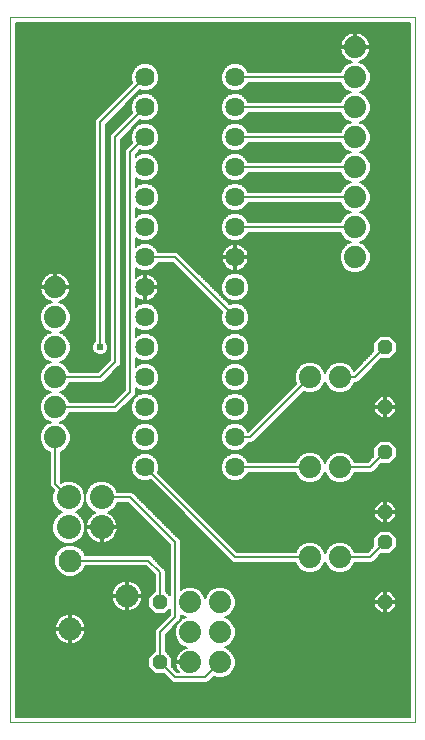
<source format=gtl>
G75*
%MOIN*%
%OFA0B0*%
%FSLAX25Y25*%
%IPPOS*%
%LPD*%
%AMOC8*
5,1,8,0,0,1.08239X$1,22.5*
%
%ADD10C,0.00001*%
%ADD11C,0.08000*%
%ADD12C,0.07400*%
%ADD13C,0.07677*%
%ADD14OC8,0.04800*%
%ADD15C,0.06400*%
%ADD16C,0.00600*%
%ADD17C,0.02378*%
D10*
X0004200Y0005000D02*
X0004200Y0240000D01*
X0139200Y0240000D01*
X0139200Y0005000D01*
X0004200Y0005000D01*
D11*
X0023700Y0070000D03*
X0023700Y0080000D03*
X0034700Y0080000D03*
X0034700Y0070000D03*
D12*
X0019200Y0100000D03*
X0019200Y0110000D03*
X0019200Y0120000D03*
X0019200Y0130000D03*
X0019200Y0140000D03*
X0019200Y0150000D03*
X0064200Y0045000D03*
X0064200Y0035000D03*
X0064200Y0025000D03*
X0074200Y0025000D03*
X0074200Y0035000D03*
X0074200Y0045000D03*
X0104200Y0060000D03*
X0114200Y0060000D03*
X0114200Y0090000D03*
X0104200Y0090000D03*
X0104200Y0120000D03*
X0114200Y0120000D03*
X0119200Y0160000D03*
X0119200Y0170000D03*
X0119200Y0180000D03*
X0119200Y0190000D03*
X0119200Y0200000D03*
X0119200Y0210000D03*
X0119200Y0220000D03*
X0119200Y0230000D03*
D13*
X0024200Y0058937D03*
X0024200Y0036102D03*
X0043098Y0047126D03*
D14*
X0054200Y0045000D03*
X0054200Y0025000D03*
X0129200Y0045000D03*
X0129200Y0065000D03*
X0129200Y0075000D03*
X0129200Y0095000D03*
X0129200Y0110000D03*
X0129200Y0130000D03*
D15*
X0079200Y0130000D03*
X0079200Y0120000D03*
X0079200Y0110000D03*
X0079200Y0100000D03*
X0079200Y0090000D03*
X0049200Y0090000D03*
X0049200Y0100000D03*
X0049200Y0110000D03*
X0049200Y0120000D03*
X0049200Y0130000D03*
X0049200Y0140000D03*
X0049200Y0150000D03*
X0049200Y0160000D03*
X0049200Y0170000D03*
X0049200Y0180000D03*
X0049200Y0190000D03*
X0049200Y0200000D03*
X0049200Y0210000D03*
X0049200Y0220000D03*
X0079200Y0220000D03*
X0079200Y0210000D03*
X0079200Y0200000D03*
X0079200Y0190000D03*
X0079200Y0180000D03*
X0079200Y0170000D03*
X0079200Y0160000D03*
X0079200Y0150000D03*
X0079200Y0140000D03*
D16*
X0059200Y0160000D01*
X0049200Y0160000D01*
X0051862Y0163984D02*
X0050135Y0164700D01*
X0048265Y0164700D01*
X0046538Y0163984D01*
X0046000Y0163447D01*
X0046000Y0166553D01*
X0046538Y0166016D01*
X0048265Y0165300D01*
X0050135Y0165300D01*
X0051862Y0166016D01*
X0053184Y0167338D01*
X0053900Y0169065D01*
X0053900Y0170935D01*
X0053184Y0172662D01*
X0051862Y0173984D01*
X0050135Y0174700D01*
X0048265Y0174700D01*
X0046538Y0173984D01*
X0046000Y0173447D01*
X0046000Y0176553D01*
X0046538Y0176016D01*
X0048265Y0175300D01*
X0050135Y0175300D01*
X0051862Y0176016D01*
X0053184Y0177338D01*
X0053900Y0179065D01*
X0053900Y0180935D01*
X0053184Y0182662D01*
X0051862Y0183984D01*
X0050135Y0184700D01*
X0048265Y0184700D01*
X0046538Y0183984D01*
X0046000Y0183447D01*
X0046000Y0186553D01*
X0046538Y0186016D01*
X0048265Y0185300D01*
X0050135Y0185300D01*
X0051862Y0186016D01*
X0053184Y0187338D01*
X0053900Y0189065D01*
X0053900Y0190935D01*
X0053184Y0192662D01*
X0051862Y0193984D01*
X0050135Y0194700D01*
X0048265Y0194700D01*
X0046538Y0193984D01*
X0046000Y0193447D01*
X0046000Y0194254D01*
X0047403Y0195657D01*
X0048265Y0195300D01*
X0050135Y0195300D01*
X0051862Y0196016D01*
X0053184Y0197338D01*
X0053900Y0199065D01*
X0053900Y0200935D01*
X0053184Y0202662D01*
X0051862Y0203984D01*
X0050135Y0204700D01*
X0048265Y0204700D01*
X0046538Y0203984D01*
X0045216Y0202662D01*
X0044500Y0200935D01*
X0044500Y0199065D01*
X0044857Y0198203D01*
X0042400Y0195746D01*
X0042400Y0115746D01*
X0038454Y0111800D01*
X0024083Y0111800D01*
X0023608Y0112946D01*
X0022146Y0114408D01*
X0020717Y0115000D01*
X0022146Y0115592D01*
X0023608Y0117054D01*
X0024083Y0118200D01*
X0034946Y0118200D01*
X0036000Y0119254D01*
X0039946Y0123200D01*
X0041000Y0124254D01*
X0041000Y0199254D01*
X0047403Y0205657D01*
X0048265Y0205300D01*
X0050135Y0205300D01*
X0051862Y0206016D01*
X0053184Y0207338D01*
X0053900Y0209065D01*
X0053900Y0210935D01*
X0053184Y0212662D01*
X0051862Y0213984D01*
X0050135Y0214700D01*
X0048265Y0214700D01*
X0046538Y0213984D01*
X0045216Y0212662D01*
X0044500Y0210935D01*
X0044500Y0209065D01*
X0044857Y0208203D01*
X0038454Y0201800D01*
X0037400Y0200746D01*
X0037400Y0125746D01*
X0033454Y0121800D01*
X0024083Y0121800D01*
X0023608Y0122946D01*
X0022146Y0124408D01*
X0020717Y0125000D01*
X0022146Y0125592D01*
X0023608Y0127054D01*
X0024400Y0128966D01*
X0024400Y0131034D01*
X0023608Y0132946D01*
X0022146Y0134408D01*
X0020717Y0135000D01*
X0022146Y0135592D01*
X0023608Y0137054D01*
X0024400Y0138966D01*
X0024400Y0141034D01*
X0023608Y0142946D01*
X0022146Y0144408D01*
X0020398Y0145132D01*
X0021119Y0145366D01*
X0021821Y0145724D01*
X0022457Y0146186D01*
X0023014Y0146743D01*
X0023476Y0147379D01*
X0023834Y0148081D01*
X0024077Y0148829D01*
X0024200Y0149606D01*
X0024200Y0149700D01*
X0019500Y0149700D01*
X0019500Y0150300D01*
X0018900Y0150300D01*
X0018900Y0149700D01*
X0014200Y0149700D01*
X0014200Y0149606D01*
X0014323Y0148829D01*
X0014566Y0148081D01*
X0014924Y0147379D01*
X0015386Y0146743D01*
X0015943Y0146186D01*
X0016579Y0145724D01*
X0017281Y0145366D01*
X0018002Y0145132D01*
X0016254Y0144408D01*
X0014792Y0142946D01*
X0014000Y0141034D01*
X0014000Y0138966D01*
X0014792Y0137054D01*
X0016254Y0135592D01*
X0017683Y0135000D01*
X0016254Y0134408D01*
X0014792Y0132946D01*
X0014000Y0131034D01*
X0014000Y0128966D01*
X0014792Y0127054D01*
X0016254Y0125592D01*
X0017683Y0125000D01*
X0016254Y0124408D01*
X0014792Y0122946D01*
X0014000Y0121034D01*
X0014000Y0118966D01*
X0014792Y0117054D01*
X0016254Y0115592D01*
X0017683Y0115000D01*
X0016254Y0114408D01*
X0014792Y0112946D01*
X0014000Y0111034D01*
X0014000Y0108966D01*
X0014792Y0107054D01*
X0016254Y0105592D01*
X0017683Y0105000D01*
X0016254Y0104408D01*
X0014792Y0102946D01*
X0014000Y0101034D01*
X0014000Y0098966D01*
X0006000Y0098966D01*
X0006000Y0098368D02*
X0014248Y0098368D01*
X0014000Y0098966D02*
X0014792Y0097054D01*
X0016254Y0095592D01*
X0017400Y0095117D01*
X0017400Y0083754D01*
X0018454Y0082700D01*
X0018745Y0082410D01*
X0018200Y0081094D01*
X0018200Y0078906D01*
X0019037Y0076884D01*
X0020585Y0075337D01*
X0021399Y0075000D01*
X0020585Y0074663D01*
X0019037Y0073115D01*
X0018200Y0071094D01*
X0018200Y0068906D01*
X0019037Y0066884D01*
X0020585Y0065337D01*
X0022606Y0064500D01*
X0024794Y0064500D01*
X0026816Y0065337D01*
X0028363Y0066884D01*
X0029200Y0068906D01*
X0029200Y0071094D01*
X0028363Y0073115D01*
X0026816Y0074663D01*
X0026001Y0075000D01*
X0026816Y0075337D01*
X0028363Y0076884D01*
X0029200Y0078906D01*
X0029200Y0081094D01*
X0028363Y0083115D01*
X0026816Y0084663D01*
X0024794Y0085500D01*
X0022606Y0085500D01*
X0021291Y0084955D01*
X0021000Y0085246D01*
X0021000Y0095117D01*
X0022146Y0095592D01*
X0023608Y0097054D01*
X0024400Y0098966D01*
X0044541Y0098966D01*
X0044500Y0099065D02*
X0045216Y0097338D01*
X0046538Y0096016D01*
X0048265Y0095300D01*
X0050135Y0095300D01*
X0051862Y0096016D01*
X0053184Y0097338D01*
X0053900Y0099065D01*
X0053900Y0100935D01*
X0053184Y0102662D01*
X0051862Y0103984D01*
X0050135Y0104700D01*
X0048265Y0104700D01*
X0046538Y0103984D01*
X0045216Y0102662D01*
X0044500Y0100935D01*
X0044500Y0099065D01*
X0044500Y0099565D02*
X0024400Y0099565D01*
X0024400Y0100163D02*
X0044500Y0100163D01*
X0044500Y0100762D02*
X0024400Y0100762D01*
X0024400Y0101034D02*
X0023608Y0102946D01*
X0022146Y0104408D01*
X0020717Y0105000D01*
X0022146Y0105592D01*
X0023608Y0107054D01*
X0024083Y0108200D01*
X0039946Y0108200D01*
X0046000Y0114254D01*
X0046000Y0116553D01*
X0046538Y0116016D01*
X0048265Y0115300D01*
X0050135Y0115300D01*
X0051862Y0116016D01*
X0053184Y0117338D01*
X0053900Y0119065D01*
X0053900Y0120935D01*
X0053184Y0122662D01*
X0051862Y0123984D01*
X0050135Y0124700D01*
X0048265Y0124700D01*
X0046538Y0123984D01*
X0046000Y0123447D01*
X0046000Y0126553D01*
X0046538Y0126016D01*
X0048265Y0125300D01*
X0050135Y0125300D01*
X0051862Y0126016D01*
X0053184Y0127338D01*
X0053900Y0129065D01*
X0053900Y0130935D01*
X0053184Y0132662D01*
X0051862Y0133984D01*
X0050135Y0134700D01*
X0048265Y0134700D01*
X0046538Y0133984D01*
X0046000Y0133447D01*
X0046000Y0136553D01*
X0046538Y0136016D01*
X0048265Y0135300D01*
X0050135Y0135300D01*
X0051862Y0136016D01*
X0053184Y0137338D01*
X0053900Y0139065D01*
X0053900Y0140935D01*
X0053184Y0142662D01*
X0051862Y0143984D01*
X0050135Y0144700D01*
X0048265Y0144700D01*
X0046538Y0143984D01*
X0046000Y0143447D01*
X0046000Y0146836D01*
X0046268Y0146568D01*
X0046842Y0146151D01*
X0047473Y0145830D01*
X0048146Y0145611D01*
X0048846Y0145500D01*
X0048900Y0145500D01*
X0048900Y0149700D01*
X0049500Y0149700D01*
X0049500Y0145500D01*
X0049554Y0145500D01*
X0050254Y0145611D01*
X0050927Y0145830D01*
X0051559Y0146151D01*
X0052132Y0146568D01*
X0052632Y0147068D01*
X0053049Y0147641D01*
X0053370Y0148273D01*
X0053589Y0148946D01*
X0053700Y0149646D01*
X0053700Y0149700D01*
X0049500Y0149700D01*
X0049500Y0150300D01*
X0048900Y0150300D01*
X0048900Y0154500D01*
X0048846Y0154500D01*
X0048146Y0154389D01*
X0047473Y0154170D01*
X0046842Y0153849D01*
X0046268Y0153432D01*
X0046000Y0153164D01*
X0046000Y0156553D01*
X0046538Y0156016D01*
X0048265Y0155300D01*
X0050135Y0155300D01*
X0051862Y0156016D01*
X0053184Y0157338D01*
X0053542Y0158200D01*
X0058454Y0158200D01*
X0074857Y0141797D01*
X0074500Y0140935D01*
X0074500Y0139065D01*
X0075216Y0137338D01*
X0076538Y0136016D01*
X0078265Y0135300D01*
X0080135Y0135300D01*
X0081862Y0136016D01*
X0083184Y0137338D01*
X0083900Y0139065D01*
X0083900Y0140935D01*
X0083184Y0142662D01*
X0081862Y0143984D01*
X0080135Y0144700D01*
X0078265Y0144700D01*
X0077403Y0144343D01*
X0059946Y0161800D01*
X0053542Y0161800D01*
X0053184Y0162662D01*
X0051862Y0163984D01*
X0052241Y0163605D02*
X0076507Y0163605D01*
X0076268Y0163432D02*
X0075768Y0162932D01*
X0075351Y0162359D01*
X0075030Y0161727D01*
X0074811Y0161054D01*
X0074700Y0160354D01*
X0074700Y0160300D01*
X0078900Y0160300D01*
X0078900Y0159700D01*
X0074700Y0159700D01*
X0074700Y0159646D01*
X0074811Y0158946D01*
X0075030Y0158273D01*
X0075351Y0157641D01*
X0075768Y0157068D01*
X0076268Y0156568D01*
X0076842Y0156151D01*
X0077473Y0155830D01*
X0078146Y0155611D01*
X0078846Y0155500D01*
X0078900Y0155500D01*
X0078900Y0159700D01*
X0079500Y0159700D01*
X0079500Y0155500D01*
X0079554Y0155500D01*
X0080254Y0155611D01*
X0080927Y0155830D01*
X0081559Y0156151D01*
X0082132Y0156568D01*
X0082632Y0157068D01*
X0083049Y0157641D01*
X0083370Y0158273D01*
X0083589Y0158946D01*
X0083700Y0159646D01*
X0083700Y0159700D01*
X0079500Y0159700D01*
X0079500Y0160300D01*
X0078900Y0160300D01*
X0078900Y0164500D01*
X0078846Y0164500D01*
X0078146Y0164389D01*
X0077473Y0164170D01*
X0076842Y0163849D01*
X0076268Y0163432D01*
X0075843Y0163007D02*
X0052840Y0163007D01*
X0053290Y0162408D02*
X0075388Y0162408D01*
X0075072Y0161810D02*
X0053538Y0161810D01*
X0051332Y0164204D02*
X0077576Y0164204D01*
X0078021Y0165401D02*
X0050379Y0165401D01*
X0051824Y0166000D02*
X0076576Y0166000D01*
X0076538Y0166016D02*
X0078265Y0165300D01*
X0080135Y0165300D01*
X0081862Y0166016D01*
X0083184Y0167338D01*
X0083542Y0168200D01*
X0114317Y0168200D01*
X0114792Y0167054D01*
X0116254Y0165592D01*
X0117683Y0165000D01*
X0116254Y0164408D01*
X0114792Y0162946D01*
X0114000Y0161034D01*
X0114000Y0158966D01*
X0114792Y0157054D01*
X0116254Y0155592D01*
X0118166Y0154800D01*
X0120234Y0154800D01*
X0122146Y0155592D01*
X0123608Y0157054D01*
X0124400Y0158966D01*
X0124400Y0161034D01*
X0123608Y0162946D01*
X0122146Y0164408D01*
X0120717Y0165000D01*
X0122146Y0165592D01*
X0123608Y0167054D01*
X0124400Y0168966D01*
X0124400Y0171034D01*
X0123608Y0172946D01*
X0122146Y0174408D01*
X0120717Y0175000D01*
X0122146Y0175592D01*
X0123608Y0177054D01*
X0124400Y0178966D01*
X0124400Y0181034D01*
X0123608Y0182946D01*
X0122146Y0184408D01*
X0120717Y0185000D01*
X0122146Y0185592D01*
X0123608Y0187054D01*
X0124400Y0188966D01*
X0124400Y0191034D01*
X0123608Y0192946D01*
X0122146Y0194408D01*
X0120717Y0195000D01*
X0122146Y0195592D01*
X0123608Y0197054D01*
X0124400Y0198966D01*
X0124400Y0201034D01*
X0123608Y0202946D01*
X0122146Y0204408D01*
X0120717Y0205000D01*
X0122146Y0205592D01*
X0123608Y0207054D01*
X0124400Y0208966D01*
X0124400Y0211034D01*
X0123608Y0212946D01*
X0122146Y0214408D01*
X0120717Y0215000D01*
X0122146Y0215592D01*
X0123608Y0217054D01*
X0124400Y0218966D01*
X0124400Y0221034D01*
X0123608Y0222946D01*
X0122146Y0224408D01*
X0120398Y0225132D01*
X0121119Y0225366D01*
X0121821Y0225724D01*
X0122457Y0226186D01*
X0123014Y0226743D01*
X0123476Y0227379D01*
X0123834Y0228081D01*
X0124077Y0228829D01*
X0124200Y0229606D01*
X0124200Y0229700D01*
X0119500Y0229700D01*
X0119500Y0230300D01*
X0118900Y0230300D01*
X0118900Y0229700D01*
X0114200Y0229700D01*
X0114200Y0229606D01*
X0114323Y0228829D01*
X0114566Y0228081D01*
X0114924Y0227379D01*
X0115386Y0226743D01*
X0115943Y0226186D01*
X0116579Y0225724D01*
X0117281Y0225366D01*
X0118002Y0225132D01*
X0116254Y0224408D01*
X0114792Y0222946D01*
X0114317Y0221800D01*
X0083542Y0221800D01*
X0083184Y0222662D01*
X0081862Y0223984D01*
X0080135Y0224700D01*
X0078265Y0224700D01*
X0076538Y0223984D01*
X0075216Y0222662D01*
X0074500Y0220935D01*
X0074500Y0219065D01*
X0075216Y0217338D01*
X0076538Y0216016D01*
X0078265Y0215300D01*
X0080135Y0215300D01*
X0081862Y0216016D01*
X0083184Y0217338D01*
X0083542Y0218200D01*
X0114317Y0218200D01*
X0114792Y0217054D01*
X0116254Y0215592D01*
X0117683Y0215000D01*
X0116254Y0214408D01*
X0114792Y0212946D01*
X0114317Y0211800D01*
X0083542Y0211800D01*
X0083184Y0212662D01*
X0081862Y0213984D01*
X0080135Y0214700D01*
X0078265Y0214700D01*
X0076538Y0213984D01*
X0075216Y0212662D01*
X0074500Y0210935D01*
X0074500Y0209065D01*
X0075216Y0207338D01*
X0076538Y0206016D01*
X0078265Y0205300D01*
X0080135Y0205300D01*
X0081862Y0206016D01*
X0083184Y0207338D01*
X0083542Y0208200D01*
X0114317Y0208200D01*
X0114792Y0207054D01*
X0116254Y0205592D01*
X0117683Y0205000D01*
X0116254Y0204408D01*
X0114792Y0202946D01*
X0114317Y0201800D01*
X0083542Y0201800D01*
X0083184Y0202662D01*
X0081862Y0203984D01*
X0080135Y0204700D01*
X0078265Y0204700D01*
X0076538Y0203984D01*
X0075216Y0202662D01*
X0074500Y0200935D01*
X0074500Y0199065D01*
X0075216Y0197338D01*
X0076538Y0196016D01*
X0078265Y0195300D01*
X0080135Y0195300D01*
X0081862Y0196016D01*
X0083184Y0197338D01*
X0083542Y0198200D01*
X0114317Y0198200D01*
X0114792Y0197054D01*
X0116254Y0195592D01*
X0117683Y0195000D01*
X0116254Y0194408D01*
X0114792Y0192946D01*
X0114317Y0191800D01*
X0083542Y0191800D01*
X0083184Y0192662D01*
X0081862Y0193984D01*
X0080135Y0194700D01*
X0078265Y0194700D01*
X0076538Y0193984D01*
X0075216Y0192662D01*
X0074500Y0190935D01*
X0074500Y0189065D01*
X0075216Y0187338D01*
X0076538Y0186016D01*
X0078265Y0185300D01*
X0080135Y0185300D01*
X0081862Y0186016D01*
X0083184Y0187338D01*
X0083542Y0188200D01*
X0114317Y0188200D01*
X0114792Y0187054D01*
X0116254Y0185592D01*
X0117683Y0185000D01*
X0116254Y0184408D01*
X0114792Y0182946D01*
X0114317Y0181800D01*
X0083542Y0181800D01*
X0083184Y0182662D01*
X0081862Y0183984D01*
X0080135Y0184700D01*
X0078265Y0184700D01*
X0076538Y0183984D01*
X0075216Y0182662D01*
X0074500Y0180935D01*
X0074500Y0179065D01*
X0075216Y0177338D01*
X0076538Y0176016D01*
X0078265Y0175300D01*
X0080135Y0175300D01*
X0081862Y0176016D01*
X0083184Y0177338D01*
X0083542Y0178200D01*
X0114317Y0178200D01*
X0114792Y0177054D01*
X0116254Y0175592D01*
X0117683Y0175000D01*
X0116254Y0174408D01*
X0114792Y0172946D01*
X0114317Y0171800D01*
X0083542Y0171800D01*
X0083184Y0172662D01*
X0081862Y0173984D01*
X0080135Y0174700D01*
X0078265Y0174700D01*
X0076538Y0173984D01*
X0075216Y0172662D01*
X0074500Y0170935D01*
X0074500Y0169065D01*
X0075216Y0167338D01*
X0076538Y0166016D01*
X0075955Y0166598D02*
X0052445Y0166598D01*
X0053043Y0167197D02*
X0075357Y0167197D01*
X0075026Y0167795D02*
X0053374Y0167795D01*
X0053622Y0168394D02*
X0074778Y0168394D01*
X0074530Y0168992D02*
X0053870Y0168992D01*
X0053900Y0169591D02*
X0074500Y0169591D01*
X0074500Y0170189D02*
X0053900Y0170189D01*
X0053900Y0170788D02*
X0074500Y0170788D01*
X0074687Y0171386D02*
X0053713Y0171386D01*
X0053465Y0171985D02*
X0074935Y0171985D01*
X0075183Y0172583D02*
X0053217Y0172583D01*
X0052665Y0173182D02*
X0075735Y0173182D01*
X0076333Y0173780D02*
X0052067Y0173780D01*
X0050911Y0174379D02*
X0077489Y0174379D01*
X0077599Y0175576D02*
X0050801Y0175576D01*
X0052021Y0176174D02*
X0076379Y0176174D01*
X0075780Y0176773D02*
X0052620Y0176773D01*
X0053198Y0177371D02*
X0075202Y0177371D01*
X0074954Y0177970D02*
X0053446Y0177970D01*
X0053694Y0178568D02*
X0074706Y0178568D01*
X0074500Y0179167D02*
X0053900Y0179167D01*
X0053900Y0179765D02*
X0074500Y0179765D01*
X0074500Y0180364D02*
X0053900Y0180364D01*
X0053889Y0180962D02*
X0074511Y0180962D01*
X0074759Y0181561D02*
X0053641Y0181561D01*
X0053393Y0182159D02*
X0075007Y0182159D01*
X0075311Y0182758D02*
X0053089Y0182758D01*
X0052490Y0183356D02*
X0075910Y0183356D01*
X0076508Y0183955D02*
X0051892Y0183955D01*
X0050489Y0184553D02*
X0077911Y0184553D01*
X0077178Y0185750D02*
X0051222Y0185750D01*
X0052196Y0186349D02*
X0076204Y0186349D01*
X0075606Y0186947D02*
X0052794Y0186947D01*
X0053271Y0187546D02*
X0075129Y0187546D01*
X0074881Y0188144D02*
X0053519Y0188144D01*
X0053767Y0188743D02*
X0074633Y0188743D01*
X0074500Y0189341D02*
X0053900Y0189341D01*
X0053900Y0189940D02*
X0074500Y0189940D01*
X0074500Y0190539D02*
X0053900Y0190539D01*
X0053816Y0191137D02*
X0074584Y0191137D01*
X0074832Y0191736D02*
X0053568Y0191736D01*
X0053320Y0192334D02*
X0075080Y0192334D01*
X0075486Y0192933D02*
X0052914Y0192933D01*
X0052316Y0193531D02*
X0076084Y0193531D01*
X0076888Y0194130D02*
X0051512Y0194130D01*
X0050199Y0195327D02*
X0078201Y0195327D01*
X0076756Y0195925D02*
X0051644Y0195925D01*
X0052370Y0196524D02*
X0076030Y0196524D01*
X0075431Y0197122D02*
X0052969Y0197122D01*
X0053343Y0197721D02*
X0075057Y0197721D01*
X0074809Y0198319D02*
X0053591Y0198319D01*
X0053839Y0198918D02*
X0074561Y0198918D01*
X0074500Y0199516D02*
X0053900Y0199516D01*
X0053900Y0200115D02*
X0074500Y0200115D01*
X0074500Y0200713D02*
X0053900Y0200713D01*
X0053744Y0201312D02*
X0074656Y0201312D01*
X0074904Y0201910D02*
X0053496Y0201910D01*
X0053248Y0202509D02*
X0075152Y0202509D01*
X0075660Y0203107D02*
X0052740Y0203107D01*
X0052141Y0203706D02*
X0076259Y0203706D01*
X0077310Y0204304D02*
X0051090Y0204304D01*
X0050621Y0205501D02*
X0077779Y0205501D01*
X0076453Y0206100D02*
X0051947Y0206100D01*
X0052545Y0206698D02*
X0075855Y0206698D01*
X0075256Y0207297D02*
X0053144Y0207297D01*
X0053415Y0207895D02*
X0074985Y0207895D01*
X0074737Y0208494D02*
X0053663Y0208494D01*
X0053900Y0209092D02*
X0074500Y0209092D01*
X0074500Y0209691D02*
X0053900Y0209691D01*
X0053900Y0210289D02*
X0074500Y0210289D01*
X0074500Y0210888D02*
X0053900Y0210888D01*
X0053672Y0211486D02*
X0074728Y0211486D01*
X0074976Y0212085D02*
X0053424Y0212085D01*
X0053163Y0212683D02*
X0075237Y0212683D01*
X0075835Y0213282D02*
X0052565Y0213282D01*
X0051966Y0213880D02*
X0076434Y0213880D01*
X0077732Y0214479D02*
X0050669Y0214479D01*
X0050135Y0215300D02*
X0051862Y0216016D01*
X0053184Y0217338D01*
X0053900Y0219065D01*
X0053900Y0220935D01*
X0053184Y0222662D01*
X0051862Y0223984D01*
X0050135Y0224700D01*
X0048265Y0224700D01*
X0046538Y0223984D01*
X0045216Y0222662D01*
X0044500Y0220935D01*
X0044500Y0219065D01*
X0044857Y0218203D01*
X0033454Y0206800D01*
X0032400Y0205746D01*
X0032400Y0132003D01*
X0031920Y0131523D01*
X0031511Y0130535D01*
X0031511Y0129465D01*
X0031920Y0128477D01*
X0032677Y0127720D01*
X0033665Y0127311D01*
X0034735Y0127311D01*
X0035723Y0127720D01*
X0036480Y0128477D01*
X0036889Y0129465D01*
X0036889Y0130535D01*
X0036480Y0131523D01*
X0036000Y0132003D01*
X0036000Y0204254D01*
X0047403Y0215657D01*
X0048265Y0215300D01*
X0050135Y0215300D01*
X0051043Y0215676D02*
X0077357Y0215676D01*
X0076279Y0216274D02*
X0052121Y0216274D01*
X0052720Y0216873D02*
X0075680Y0216873D01*
X0075160Y0217472D02*
X0053240Y0217472D01*
X0053488Y0218070D02*
X0074912Y0218070D01*
X0074664Y0218669D02*
X0053736Y0218669D01*
X0053900Y0219267D02*
X0074500Y0219267D01*
X0074500Y0219866D02*
X0053900Y0219866D01*
X0053900Y0220464D02*
X0074500Y0220464D01*
X0074553Y0221063D02*
X0053847Y0221063D01*
X0053599Y0221661D02*
X0074801Y0221661D01*
X0075049Y0222260D02*
X0053351Y0222260D01*
X0052989Y0222858D02*
X0075411Y0222858D01*
X0076010Y0223457D02*
X0052390Y0223457D01*
X0051692Y0224055D02*
X0076708Y0224055D01*
X0078153Y0224654D02*
X0050247Y0224654D01*
X0048153Y0224654D02*
X0006000Y0224654D01*
X0006000Y0225252D02*
X0117632Y0225252D01*
X0116847Y0224654D02*
X0080247Y0224654D01*
X0081692Y0224055D02*
X0115901Y0224055D01*
X0115303Y0223457D02*
X0082390Y0223457D01*
X0082989Y0222858D02*
X0114755Y0222858D01*
X0114508Y0222260D02*
X0083351Y0222260D01*
X0083488Y0218070D02*
X0114371Y0218070D01*
X0114619Y0217472D02*
X0083240Y0217472D01*
X0082720Y0216873D02*
X0114973Y0216873D01*
X0115572Y0216274D02*
X0082121Y0216274D01*
X0081043Y0215676D02*
X0116170Y0215676D01*
X0116425Y0214479D02*
X0080669Y0214479D01*
X0081966Y0213880D02*
X0115727Y0213880D01*
X0115128Y0213282D02*
X0082565Y0213282D01*
X0083163Y0212683D02*
X0114683Y0212683D01*
X0114435Y0212085D02*
X0083424Y0212085D01*
X0083415Y0207895D02*
X0114443Y0207895D01*
X0114691Y0207297D02*
X0083144Y0207297D01*
X0082545Y0206698D02*
X0115148Y0206698D01*
X0115746Y0206100D02*
X0081947Y0206100D01*
X0080621Y0205501D02*
X0116473Y0205501D01*
X0117448Y0204903D02*
X0046648Y0204903D01*
X0046050Y0204304D02*
X0047310Y0204304D01*
X0047247Y0205501D02*
X0047779Y0205501D01*
X0046259Y0203706D02*
X0045451Y0203706D01*
X0045660Y0203107D02*
X0044853Y0203107D01*
X0045152Y0202509D02*
X0044254Y0202509D01*
X0043656Y0201910D02*
X0044904Y0201910D01*
X0044656Y0201312D02*
X0043057Y0201312D01*
X0042459Y0200713D02*
X0044500Y0200713D01*
X0044500Y0200115D02*
X0041860Y0200115D01*
X0041262Y0199516D02*
X0044500Y0199516D01*
X0044561Y0198918D02*
X0041000Y0198918D01*
X0041000Y0198319D02*
X0044809Y0198319D01*
X0044375Y0197721D02*
X0041000Y0197721D01*
X0041000Y0197122D02*
X0043777Y0197122D01*
X0043178Y0196524D02*
X0041000Y0196524D01*
X0041000Y0195925D02*
X0042580Y0195925D01*
X0042400Y0195327D02*
X0041000Y0195327D01*
X0041000Y0194728D02*
X0042400Y0194728D01*
X0042400Y0194130D02*
X0041000Y0194130D01*
X0041000Y0193531D02*
X0042400Y0193531D01*
X0042400Y0192933D02*
X0041000Y0192933D01*
X0041000Y0192334D02*
X0042400Y0192334D01*
X0042400Y0191736D02*
X0041000Y0191736D01*
X0041000Y0191137D02*
X0042400Y0191137D01*
X0042400Y0190539D02*
X0041000Y0190539D01*
X0041000Y0189940D02*
X0042400Y0189940D01*
X0042400Y0189341D02*
X0041000Y0189341D01*
X0041000Y0188743D02*
X0042400Y0188743D01*
X0042400Y0188144D02*
X0041000Y0188144D01*
X0041000Y0187546D02*
X0042400Y0187546D01*
X0042400Y0186947D02*
X0041000Y0186947D01*
X0041000Y0186349D02*
X0042400Y0186349D01*
X0042400Y0185750D02*
X0041000Y0185750D01*
X0041000Y0185152D02*
X0042400Y0185152D01*
X0042400Y0184553D02*
X0041000Y0184553D01*
X0041000Y0183955D02*
X0042400Y0183955D01*
X0042400Y0183356D02*
X0041000Y0183356D01*
X0041000Y0182758D02*
X0042400Y0182758D01*
X0042400Y0182159D02*
X0041000Y0182159D01*
X0041000Y0181561D02*
X0042400Y0181561D01*
X0042400Y0180962D02*
X0041000Y0180962D01*
X0041000Y0180364D02*
X0042400Y0180364D01*
X0042400Y0179765D02*
X0041000Y0179765D01*
X0041000Y0179167D02*
X0042400Y0179167D01*
X0042400Y0178568D02*
X0041000Y0178568D01*
X0041000Y0177970D02*
X0042400Y0177970D01*
X0042400Y0177371D02*
X0041000Y0177371D01*
X0041000Y0176773D02*
X0042400Y0176773D01*
X0042400Y0176174D02*
X0041000Y0176174D01*
X0041000Y0175576D02*
X0042400Y0175576D01*
X0042400Y0174977D02*
X0041000Y0174977D01*
X0041000Y0174379D02*
X0042400Y0174379D01*
X0042400Y0173780D02*
X0041000Y0173780D01*
X0041000Y0173182D02*
X0042400Y0173182D01*
X0042400Y0172583D02*
X0041000Y0172583D01*
X0041000Y0171985D02*
X0042400Y0171985D01*
X0042400Y0171386D02*
X0041000Y0171386D01*
X0041000Y0170788D02*
X0042400Y0170788D01*
X0042400Y0170189D02*
X0041000Y0170189D01*
X0041000Y0169591D02*
X0042400Y0169591D01*
X0042400Y0168992D02*
X0041000Y0168992D01*
X0041000Y0168394D02*
X0042400Y0168394D01*
X0042400Y0167795D02*
X0041000Y0167795D01*
X0041000Y0167197D02*
X0042400Y0167197D01*
X0042400Y0166598D02*
X0041000Y0166598D01*
X0041000Y0166000D02*
X0042400Y0166000D01*
X0042400Y0165401D02*
X0041000Y0165401D01*
X0041000Y0164803D02*
X0042400Y0164803D01*
X0042400Y0164204D02*
X0041000Y0164204D01*
X0041000Y0163605D02*
X0042400Y0163605D01*
X0042400Y0163007D02*
X0041000Y0163007D01*
X0041000Y0162408D02*
X0042400Y0162408D01*
X0042400Y0161810D02*
X0041000Y0161810D01*
X0041000Y0161211D02*
X0042400Y0161211D01*
X0042400Y0160613D02*
X0041000Y0160613D01*
X0041000Y0160014D02*
X0042400Y0160014D01*
X0042400Y0159416D02*
X0041000Y0159416D01*
X0041000Y0158817D02*
X0042400Y0158817D01*
X0042400Y0158219D02*
X0041000Y0158219D01*
X0041000Y0157620D02*
X0042400Y0157620D01*
X0042400Y0157022D02*
X0041000Y0157022D01*
X0041000Y0156423D02*
X0042400Y0156423D01*
X0042400Y0155825D02*
X0041000Y0155825D01*
X0041000Y0155226D02*
X0042400Y0155226D01*
X0042400Y0154628D02*
X0041000Y0154628D01*
X0041000Y0154029D02*
X0042400Y0154029D01*
X0042400Y0153431D02*
X0041000Y0153431D01*
X0041000Y0152832D02*
X0042400Y0152832D01*
X0042400Y0152234D02*
X0041000Y0152234D01*
X0041000Y0151635D02*
X0042400Y0151635D01*
X0042400Y0151037D02*
X0041000Y0151037D01*
X0041000Y0150438D02*
X0042400Y0150438D01*
X0042400Y0149840D02*
X0041000Y0149840D01*
X0041000Y0149241D02*
X0042400Y0149241D01*
X0042400Y0148643D02*
X0041000Y0148643D01*
X0041000Y0148044D02*
X0042400Y0148044D01*
X0042400Y0147446D02*
X0041000Y0147446D01*
X0041000Y0146847D02*
X0042400Y0146847D01*
X0042400Y0146249D02*
X0041000Y0146249D01*
X0041000Y0145650D02*
X0042400Y0145650D01*
X0042400Y0145052D02*
X0041000Y0145052D01*
X0041000Y0144453D02*
X0042400Y0144453D01*
X0042400Y0143855D02*
X0041000Y0143855D01*
X0041000Y0143256D02*
X0042400Y0143256D01*
X0042400Y0142658D02*
X0041000Y0142658D01*
X0041000Y0142059D02*
X0042400Y0142059D01*
X0042400Y0141461D02*
X0041000Y0141461D01*
X0041000Y0140862D02*
X0042400Y0140862D01*
X0042400Y0140264D02*
X0041000Y0140264D01*
X0041000Y0139665D02*
X0042400Y0139665D01*
X0042400Y0139067D02*
X0041000Y0139067D01*
X0041000Y0138468D02*
X0042400Y0138468D01*
X0042400Y0137870D02*
X0041000Y0137870D01*
X0041000Y0137271D02*
X0042400Y0137271D01*
X0042400Y0136672D02*
X0041000Y0136672D01*
X0041000Y0136074D02*
X0042400Y0136074D01*
X0042400Y0135475D02*
X0041000Y0135475D01*
X0041000Y0134877D02*
X0042400Y0134877D01*
X0042400Y0134278D02*
X0041000Y0134278D01*
X0041000Y0133680D02*
X0042400Y0133680D01*
X0042400Y0133081D02*
X0041000Y0133081D01*
X0041000Y0132483D02*
X0042400Y0132483D01*
X0042400Y0131884D02*
X0041000Y0131884D01*
X0041000Y0131286D02*
X0042400Y0131286D01*
X0042400Y0130687D02*
X0041000Y0130687D01*
X0041000Y0130089D02*
X0042400Y0130089D01*
X0042400Y0129490D02*
X0041000Y0129490D01*
X0041000Y0128892D02*
X0042400Y0128892D01*
X0042400Y0128293D02*
X0041000Y0128293D01*
X0041000Y0127695D02*
X0042400Y0127695D01*
X0042400Y0127096D02*
X0041000Y0127096D01*
X0041000Y0126498D02*
X0042400Y0126498D01*
X0042400Y0125899D02*
X0041000Y0125899D01*
X0041000Y0125301D02*
X0042400Y0125301D01*
X0042400Y0124702D02*
X0041000Y0124702D01*
X0040849Y0124104D02*
X0042400Y0124104D01*
X0042400Y0123505D02*
X0040251Y0123505D01*
X0039652Y0122907D02*
X0042400Y0122907D01*
X0042400Y0122308D02*
X0039054Y0122308D01*
X0038455Y0121710D02*
X0042400Y0121710D01*
X0042400Y0121111D02*
X0037857Y0121111D01*
X0037258Y0120513D02*
X0042400Y0120513D01*
X0042400Y0119914D02*
X0036660Y0119914D01*
X0036061Y0119316D02*
X0042400Y0119316D01*
X0042400Y0118717D02*
X0035463Y0118717D01*
X0034200Y0120000D02*
X0019200Y0120000D01*
X0015523Y0116323D02*
X0006000Y0116323D01*
X0006000Y0115725D02*
X0016122Y0115725D01*
X0016542Y0114528D02*
X0006000Y0114528D01*
X0006000Y0115126D02*
X0017378Y0115126D01*
X0015775Y0113929D02*
X0006000Y0113929D01*
X0006000Y0113331D02*
X0015177Y0113331D01*
X0014703Y0112732D02*
X0006000Y0112732D01*
X0006000Y0112134D02*
X0014455Y0112134D01*
X0014207Y0111535D02*
X0006000Y0111535D01*
X0006000Y0110937D02*
X0014000Y0110937D01*
X0014000Y0110338D02*
X0006000Y0110338D01*
X0006000Y0109739D02*
X0014000Y0109739D01*
X0014000Y0109141D02*
X0006000Y0109141D01*
X0006000Y0108542D02*
X0014175Y0108542D01*
X0014423Y0107944D02*
X0006000Y0107944D01*
X0006000Y0107345D02*
X0014671Y0107345D01*
X0015099Y0106747D02*
X0006000Y0106747D01*
X0006000Y0106148D02*
X0015698Y0106148D01*
X0016355Y0105550D02*
X0006000Y0105550D01*
X0006000Y0104951D02*
X0017566Y0104951D01*
X0016199Y0104353D02*
X0006000Y0104353D01*
X0006000Y0103754D02*
X0015600Y0103754D01*
X0015002Y0103156D02*
X0006000Y0103156D01*
X0006000Y0102557D02*
X0014631Y0102557D01*
X0014383Y0101959D02*
X0006000Y0101959D01*
X0006000Y0101360D02*
X0014135Y0101360D01*
X0014000Y0100762D02*
X0006000Y0100762D01*
X0006000Y0100163D02*
X0014000Y0100163D01*
X0014000Y0099565D02*
X0006000Y0099565D01*
X0006000Y0097769D02*
X0014496Y0097769D01*
X0014744Y0097171D02*
X0006000Y0097171D01*
X0006000Y0096572D02*
X0015274Y0096572D01*
X0015872Y0095974D02*
X0006000Y0095974D01*
X0006000Y0095375D02*
X0016777Y0095375D01*
X0017400Y0094777D02*
X0006000Y0094777D01*
X0006000Y0094178D02*
X0017400Y0094178D01*
X0017400Y0093580D02*
X0006000Y0093580D01*
X0006000Y0092981D02*
X0017400Y0092981D01*
X0017400Y0092383D02*
X0006000Y0092383D01*
X0006000Y0091784D02*
X0017400Y0091784D01*
X0017400Y0091186D02*
X0006000Y0091186D01*
X0006000Y0090587D02*
X0017400Y0090587D01*
X0017400Y0089989D02*
X0006000Y0089989D01*
X0006000Y0089390D02*
X0017400Y0089390D01*
X0017400Y0088792D02*
X0006000Y0088792D01*
X0006000Y0088193D02*
X0017400Y0088193D01*
X0017400Y0087595D02*
X0006000Y0087595D01*
X0006000Y0086996D02*
X0017400Y0086996D01*
X0017400Y0086398D02*
X0006000Y0086398D01*
X0006000Y0085799D02*
X0017400Y0085799D01*
X0017400Y0085201D02*
X0006000Y0085201D01*
X0006000Y0084602D02*
X0017400Y0084602D01*
X0017400Y0084003D02*
X0006000Y0084003D01*
X0006000Y0083405D02*
X0017749Y0083405D01*
X0018348Y0082806D02*
X0006000Y0082806D01*
X0006000Y0082208D02*
X0018661Y0082208D01*
X0018414Y0081609D02*
X0006000Y0081609D01*
X0006000Y0081011D02*
X0018200Y0081011D01*
X0018200Y0080412D02*
X0006000Y0080412D01*
X0006000Y0079814D02*
X0018200Y0079814D01*
X0018200Y0079215D02*
X0006000Y0079215D01*
X0006000Y0078617D02*
X0018320Y0078617D01*
X0018568Y0078018D02*
X0006000Y0078018D01*
X0006000Y0077420D02*
X0018816Y0077420D01*
X0019101Y0076821D02*
X0006000Y0076821D01*
X0006000Y0076223D02*
X0019699Y0076223D01*
X0020298Y0075624D02*
X0006000Y0075624D01*
X0006000Y0075026D02*
X0021337Y0075026D01*
X0020349Y0074427D02*
X0006000Y0074427D01*
X0006000Y0073829D02*
X0019751Y0073829D01*
X0019152Y0073230D02*
X0006000Y0073230D01*
X0006000Y0072632D02*
X0018837Y0072632D01*
X0018589Y0072033D02*
X0006000Y0072033D01*
X0006000Y0071435D02*
X0018341Y0071435D01*
X0018200Y0070836D02*
X0006000Y0070836D01*
X0006000Y0070238D02*
X0018200Y0070238D01*
X0018200Y0069639D02*
X0006000Y0069639D01*
X0006000Y0069041D02*
X0018200Y0069041D01*
X0018392Y0068442D02*
X0006000Y0068442D01*
X0006000Y0067844D02*
X0018640Y0067844D01*
X0018888Y0067245D02*
X0006000Y0067245D01*
X0006000Y0066647D02*
X0019275Y0066647D01*
X0019874Y0066048D02*
X0006000Y0066048D01*
X0006000Y0065450D02*
X0020472Y0065450D01*
X0021758Y0064851D02*
X0006000Y0064851D01*
X0006000Y0064253D02*
X0023083Y0064253D01*
X0023138Y0064276D02*
X0021176Y0063463D01*
X0019674Y0061961D01*
X0018861Y0059999D01*
X0018861Y0057875D01*
X0019674Y0055913D01*
X0021176Y0054411D01*
X0023138Y0053598D01*
X0025262Y0053598D01*
X0027224Y0054411D01*
X0028726Y0055913D01*
X0029233Y0057137D01*
X0049517Y0057137D01*
X0052400Y0054254D01*
X0052400Y0048715D01*
X0050300Y0046615D01*
X0050300Y0043385D01*
X0052585Y0041100D01*
X0055815Y0041100D01*
X0057400Y0042685D01*
X0057400Y0040746D01*
X0052400Y0035746D01*
X0052400Y0028715D01*
X0050300Y0026615D01*
X0050300Y0023385D01*
X0052585Y0021100D01*
X0055554Y0021100D01*
X0058454Y0018200D01*
X0069946Y0018200D01*
X0071000Y0019254D01*
X0072020Y0020275D01*
X0073166Y0019800D01*
X0075234Y0019800D01*
X0077146Y0020592D01*
X0078608Y0022054D01*
X0079400Y0023966D01*
X0079400Y0026034D01*
X0078608Y0027946D01*
X0077146Y0029408D01*
X0075717Y0030000D01*
X0077146Y0030592D01*
X0078608Y0032054D01*
X0079400Y0033966D01*
X0079400Y0036034D01*
X0078608Y0037946D01*
X0077146Y0039408D01*
X0075717Y0040000D01*
X0077146Y0040592D01*
X0078608Y0042054D01*
X0079400Y0043966D01*
X0079400Y0046034D01*
X0078608Y0047946D01*
X0077146Y0049408D01*
X0075234Y0050200D01*
X0073166Y0050200D01*
X0071254Y0049408D01*
X0069792Y0047946D01*
X0069200Y0046517D01*
X0068608Y0047946D01*
X0067146Y0049408D01*
X0065234Y0050200D01*
X0063166Y0050200D01*
X0061254Y0049408D01*
X0061000Y0049154D01*
X0061000Y0065746D01*
X0046000Y0080746D01*
X0044946Y0081800D01*
X0039908Y0081800D01*
X0039363Y0083115D01*
X0037816Y0084663D01*
X0035794Y0085500D01*
X0033606Y0085500D01*
X0031585Y0084663D01*
X0030037Y0083115D01*
X0029200Y0081094D01*
X0029200Y0078906D01*
X0030037Y0076884D01*
X0031585Y0075337D01*
X0032642Y0074899D01*
X0031922Y0074533D01*
X0031247Y0074043D01*
X0030657Y0073453D01*
X0030167Y0072778D01*
X0029788Y0072034D01*
X0029531Y0071241D01*
X0029400Y0070417D01*
X0029400Y0070300D01*
X0034400Y0070300D01*
X0034400Y0069700D01*
X0029400Y0069700D01*
X0029400Y0069583D01*
X0029531Y0068759D01*
X0029788Y0067966D01*
X0030167Y0067222D01*
X0030657Y0066547D01*
X0031247Y0065957D01*
X0031922Y0065467D01*
X0032666Y0065088D01*
X0033459Y0064830D01*
X0034283Y0064700D01*
X0034400Y0064700D01*
X0034400Y0069700D01*
X0035000Y0069700D01*
X0035000Y0064700D01*
X0035117Y0064700D01*
X0035941Y0064830D01*
X0036735Y0065088D01*
X0037478Y0065467D01*
X0038153Y0065957D01*
X0038743Y0066547D01*
X0039233Y0067222D01*
X0039612Y0067966D01*
X0039870Y0068759D01*
X0040000Y0069583D01*
X0040000Y0069700D01*
X0035000Y0069700D01*
X0035000Y0070300D01*
X0040000Y0070300D01*
X0040000Y0070417D01*
X0039870Y0071241D01*
X0039612Y0072034D01*
X0039233Y0072778D01*
X0038743Y0073453D01*
X0038153Y0074043D01*
X0037478Y0074533D01*
X0036758Y0074899D01*
X0037816Y0075337D01*
X0039363Y0076884D01*
X0039908Y0078200D01*
X0043454Y0078200D01*
X0057400Y0064254D01*
X0057400Y0047315D01*
X0056000Y0048715D01*
X0056000Y0055746D01*
X0054946Y0056800D01*
X0051009Y0060737D01*
X0029233Y0060737D01*
X0028726Y0061961D01*
X0027224Y0063463D01*
X0025262Y0064276D01*
X0023138Y0064276D01*
X0021638Y0063654D02*
X0006000Y0063654D01*
X0006000Y0063056D02*
X0020769Y0063056D01*
X0020170Y0062457D02*
X0006000Y0062457D01*
X0006000Y0061859D02*
X0019632Y0061859D01*
X0019384Y0061260D02*
X0006000Y0061260D01*
X0006000Y0060662D02*
X0019136Y0060662D01*
X0018888Y0060063D02*
X0006000Y0060063D01*
X0006000Y0059465D02*
X0018861Y0059465D01*
X0018861Y0058866D02*
X0006000Y0058866D01*
X0006000Y0058268D02*
X0018861Y0058268D01*
X0018947Y0057669D02*
X0006000Y0057669D01*
X0006000Y0057070D02*
X0019195Y0057070D01*
X0019443Y0056472D02*
X0006000Y0056472D01*
X0006000Y0055873D02*
X0019714Y0055873D01*
X0020312Y0055275D02*
X0006000Y0055275D01*
X0006000Y0054676D02*
X0020911Y0054676D01*
X0021980Y0054078D02*
X0006000Y0054078D01*
X0006000Y0053479D02*
X0052400Y0053479D01*
X0052400Y0052881D02*
X0006000Y0052881D01*
X0006000Y0052282D02*
X0052400Y0052282D01*
X0052400Y0051684D02*
X0045471Y0051684D01*
X0045791Y0051521D02*
X0045070Y0051888D01*
X0044301Y0052138D01*
X0043502Y0052265D01*
X0043398Y0052265D01*
X0043398Y0047426D01*
X0048236Y0047426D01*
X0048236Y0047530D01*
X0048110Y0048329D01*
X0047860Y0049099D01*
X0047493Y0049819D01*
X0047017Y0050474D01*
X0046445Y0051045D01*
X0045791Y0051521D01*
X0046390Y0051085D02*
X0052400Y0051085D01*
X0052400Y0050487D02*
X0047004Y0050487D01*
X0047442Y0049888D02*
X0052400Y0049888D01*
X0052400Y0049290D02*
X0047762Y0049290D01*
X0047992Y0048691D02*
X0052376Y0048691D01*
X0051777Y0048093D02*
X0048147Y0048093D01*
X0048236Y0047494D02*
X0051179Y0047494D01*
X0050580Y0046896D02*
X0043398Y0046896D01*
X0043398Y0046826D02*
X0043398Y0047426D01*
X0042798Y0047426D01*
X0042798Y0052265D01*
X0042693Y0052265D01*
X0041894Y0052138D01*
X0041125Y0051888D01*
X0040404Y0051521D01*
X0039750Y0051045D01*
X0039178Y0050474D01*
X0038703Y0049819D01*
X0038336Y0049099D01*
X0038086Y0048329D01*
X0037959Y0047530D01*
X0037959Y0047426D01*
X0042798Y0047426D01*
X0042798Y0046826D01*
X0043398Y0046826D01*
X0048236Y0046826D01*
X0048236Y0046722D01*
X0048110Y0045923D01*
X0047860Y0045153D01*
X0047493Y0044433D01*
X0047017Y0043778D01*
X0046445Y0043206D01*
X0045791Y0042731D01*
X0045070Y0042364D01*
X0044301Y0042114D01*
X0043502Y0041987D01*
X0043398Y0041987D01*
X0043398Y0046826D01*
X0043398Y0046297D02*
X0042798Y0046297D01*
X0042798Y0046826D02*
X0042798Y0041987D01*
X0042693Y0041987D01*
X0041894Y0042114D01*
X0041125Y0042364D01*
X0040404Y0042731D01*
X0039750Y0043206D01*
X0039178Y0043778D01*
X0038703Y0044433D01*
X0038336Y0045153D01*
X0038086Y0045923D01*
X0037959Y0046722D01*
X0037959Y0046826D01*
X0042798Y0046826D01*
X0042798Y0046896D02*
X0006000Y0046896D01*
X0006000Y0047494D02*
X0037959Y0047494D01*
X0038048Y0048093D02*
X0006000Y0048093D01*
X0006000Y0048691D02*
X0038203Y0048691D01*
X0038433Y0049290D02*
X0006000Y0049290D01*
X0006000Y0049888D02*
X0038753Y0049888D01*
X0039192Y0050487D02*
X0006000Y0050487D01*
X0006000Y0051085D02*
X0039805Y0051085D01*
X0040724Y0051684D02*
X0006000Y0051684D01*
X0006000Y0046297D02*
X0038026Y0046297D01*
X0038158Y0045699D02*
X0006000Y0045699D01*
X0006000Y0045100D02*
X0038363Y0045100D01*
X0038668Y0044502D02*
X0006000Y0044502D01*
X0006000Y0043903D02*
X0039088Y0043903D01*
X0039652Y0043305D02*
X0006000Y0043305D01*
X0006000Y0042706D02*
X0040453Y0042706D01*
X0041934Y0042108D02*
X0006000Y0042108D01*
X0006000Y0041509D02*
X0052175Y0041509D01*
X0051577Y0042108D02*
X0044262Y0042108D01*
X0043398Y0042108D02*
X0042798Y0042108D01*
X0042798Y0042706D02*
X0043398Y0042706D01*
X0043398Y0043305D02*
X0042798Y0043305D01*
X0042798Y0043903D02*
X0043398Y0043903D01*
X0043398Y0044502D02*
X0042798Y0044502D01*
X0042798Y0045100D02*
X0043398Y0045100D01*
X0043398Y0045699D02*
X0042798Y0045699D01*
X0042798Y0047494D02*
X0043398Y0047494D01*
X0043398Y0048093D02*
X0042798Y0048093D01*
X0042798Y0048691D02*
X0043398Y0048691D01*
X0043398Y0049290D02*
X0042798Y0049290D01*
X0042798Y0049888D02*
X0043398Y0049888D01*
X0043398Y0050487D02*
X0042798Y0050487D01*
X0042798Y0051085D02*
X0043398Y0051085D01*
X0043398Y0051684D02*
X0042798Y0051684D01*
X0047528Y0044502D02*
X0050300Y0044502D01*
X0050300Y0045100D02*
X0047833Y0045100D01*
X0048037Y0045699D02*
X0050300Y0045699D01*
X0050300Y0046297D02*
X0048169Y0046297D01*
X0047108Y0043903D02*
X0050300Y0043903D01*
X0050380Y0043305D02*
X0046543Y0043305D01*
X0045742Y0042706D02*
X0050978Y0042706D01*
X0054200Y0045000D02*
X0054200Y0055000D01*
X0050263Y0058937D01*
X0024200Y0058937D01*
X0028088Y0055275D02*
X0051379Y0055275D01*
X0050781Y0055873D02*
X0028686Y0055873D01*
X0028957Y0056472D02*
X0050182Y0056472D01*
X0049584Y0057070D02*
X0029205Y0057070D01*
X0027489Y0054676D02*
X0051978Y0054676D01*
X0052400Y0054078D02*
X0026420Y0054078D01*
X0029016Y0061260D02*
X0057400Y0061260D01*
X0057400Y0060662D02*
X0051084Y0060662D01*
X0051683Y0060063D02*
X0057400Y0060063D01*
X0057400Y0059465D02*
X0052281Y0059465D01*
X0052880Y0058866D02*
X0057400Y0058866D01*
X0057400Y0058268D02*
X0053478Y0058268D01*
X0054077Y0057669D02*
X0057400Y0057669D01*
X0057400Y0057070D02*
X0054675Y0057070D01*
X0055274Y0056472D02*
X0057400Y0056472D01*
X0057400Y0055873D02*
X0055872Y0055873D01*
X0056000Y0055275D02*
X0057400Y0055275D01*
X0057400Y0054676D02*
X0056000Y0054676D01*
X0056000Y0054078D02*
X0057400Y0054078D01*
X0057400Y0053479D02*
X0056000Y0053479D01*
X0056000Y0052881D02*
X0057400Y0052881D01*
X0057400Y0052282D02*
X0056000Y0052282D01*
X0056000Y0051684D02*
X0057400Y0051684D01*
X0057400Y0051085D02*
X0056000Y0051085D01*
X0056000Y0050487D02*
X0057400Y0050487D01*
X0057400Y0049888D02*
X0056000Y0049888D01*
X0056000Y0049290D02*
X0057400Y0049290D01*
X0057400Y0048691D02*
X0056024Y0048691D01*
X0056623Y0048093D02*
X0057400Y0048093D01*
X0057400Y0047494D02*
X0057221Y0047494D01*
X0057400Y0042108D02*
X0056823Y0042108D01*
X0057400Y0041509D02*
X0056225Y0041509D01*
X0057400Y0040911D02*
X0026030Y0040911D01*
X0026173Y0040864D02*
X0025403Y0041114D01*
X0024604Y0041241D01*
X0024500Y0041241D01*
X0024500Y0036402D01*
X0029339Y0036402D01*
X0029339Y0036507D01*
X0029212Y0037306D01*
X0028962Y0038075D01*
X0028595Y0038796D01*
X0028120Y0039450D01*
X0027548Y0040022D01*
X0026893Y0040497D01*
X0026173Y0040864D01*
X0027148Y0040312D02*
X0056967Y0040312D01*
X0056368Y0039714D02*
X0027856Y0039714D01*
X0028363Y0039115D02*
X0055770Y0039115D01*
X0055171Y0038517D02*
X0028737Y0038517D01*
X0029013Y0037918D02*
X0054573Y0037918D01*
X0053974Y0037320D02*
X0029208Y0037320D01*
X0029305Y0036721D02*
X0053376Y0036721D01*
X0052777Y0036123D02*
X0024500Y0036123D01*
X0024500Y0036402D02*
X0024500Y0035802D01*
X0024500Y0030964D01*
X0024604Y0030964D01*
X0025403Y0031090D01*
X0026173Y0031340D01*
X0026893Y0031707D01*
X0027548Y0032183D01*
X0028120Y0032755D01*
X0028595Y0033409D01*
X0028962Y0034130D01*
X0029212Y0034899D01*
X0029339Y0035698D01*
X0029339Y0035802D01*
X0024500Y0035802D01*
X0023900Y0035802D01*
X0023900Y0030964D01*
X0023796Y0030964D01*
X0022997Y0031090D01*
X0022227Y0031340D01*
X0021507Y0031707D01*
X0020852Y0032183D01*
X0020281Y0032755D01*
X0019805Y0033409D01*
X0019438Y0034130D01*
X0019188Y0034899D01*
X0019061Y0035698D01*
X0019061Y0035802D01*
X0023900Y0035802D01*
X0023900Y0036402D01*
X0019061Y0036402D01*
X0019061Y0036507D01*
X0019188Y0037306D01*
X0019438Y0038075D01*
X0019805Y0038796D01*
X0020281Y0039450D01*
X0020852Y0040022D01*
X0021507Y0040497D01*
X0022227Y0040864D01*
X0022997Y0041114D01*
X0023796Y0041241D01*
X0023900Y0041241D01*
X0023900Y0036402D01*
X0024500Y0036402D01*
X0024500Y0036721D02*
X0023900Y0036721D01*
X0023900Y0036123D02*
X0006000Y0036123D01*
X0006000Y0036721D02*
X0019095Y0036721D01*
X0019193Y0037320D02*
X0006000Y0037320D01*
X0006000Y0037918D02*
X0019387Y0037918D01*
X0019663Y0038517D02*
X0006000Y0038517D01*
X0006000Y0039115D02*
X0020037Y0039115D01*
X0020544Y0039714D02*
X0006000Y0039714D01*
X0006000Y0040312D02*
X0021252Y0040312D01*
X0022370Y0040911D02*
X0006000Y0040911D01*
X0006000Y0035524D02*
X0019089Y0035524D01*
X0019184Y0034926D02*
X0006000Y0034926D01*
X0006000Y0034327D02*
X0019374Y0034327D01*
X0019642Y0033729D02*
X0006000Y0033729D01*
X0006000Y0033130D02*
X0020008Y0033130D01*
X0020504Y0032532D02*
X0006000Y0032532D01*
X0006000Y0031933D02*
X0021196Y0031933D01*
X0022245Y0031334D02*
X0006000Y0031334D01*
X0006000Y0030736D02*
X0052400Y0030736D01*
X0052400Y0031334D02*
X0026155Y0031334D01*
X0027204Y0031933D02*
X0052400Y0031933D01*
X0052400Y0032532D02*
X0027896Y0032532D01*
X0028392Y0033130D02*
X0052400Y0033130D01*
X0052400Y0033729D02*
X0028758Y0033729D01*
X0029026Y0034327D02*
X0052400Y0034327D01*
X0052400Y0034926D02*
X0029216Y0034926D01*
X0029311Y0035524D02*
X0052400Y0035524D01*
X0054200Y0035000D02*
X0059200Y0040000D01*
X0059200Y0065000D01*
X0044200Y0080000D01*
X0034700Y0080000D01*
X0030925Y0084003D02*
X0027475Y0084003D01*
X0028073Y0083405D02*
X0030327Y0083405D01*
X0029909Y0082806D02*
X0028491Y0082806D01*
X0028739Y0082208D02*
X0029661Y0082208D01*
X0029414Y0081609D02*
X0028987Y0081609D01*
X0029200Y0081011D02*
X0029200Y0081011D01*
X0029200Y0080412D02*
X0029200Y0080412D01*
X0029200Y0079814D02*
X0029200Y0079814D01*
X0029200Y0079215D02*
X0029200Y0079215D01*
X0029080Y0078617D02*
X0029320Y0078617D01*
X0029568Y0078018D02*
X0028832Y0078018D01*
X0028584Y0077420D02*
X0029816Y0077420D01*
X0030101Y0076821D02*
X0028300Y0076821D01*
X0027701Y0076223D02*
X0030699Y0076223D01*
X0031298Y0075624D02*
X0027103Y0075624D01*
X0027051Y0074427D02*
X0031777Y0074427D01*
X0032337Y0075026D02*
X0026063Y0075026D01*
X0027649Y0073829D02*
X0031034Y0073829D01*
X0030496Y0073230D02*
X0028248Y0073230D01*
X0028563Y0072632D02*
X0030093Y0072632D01*
X0029788Y0072033D02*
X0028811Y0072033D01*
X0029059Y0071435D02*
X0029593Y0071435D01*
X0029466Y0070836D02*
X0029200Y0070836D01*
X0029200Y0070238D02*
X0034400Y0070238D01*
X0034400Y0069639D02*
X0035000Y0069639D01*
X0035000Y0069041D02*
X0034400Y0069041D01*
X0034400Y0068442D02*
X0035000Y0068442D01*
X0035000Y0067844D02*
X0034400Y0067844D01*
X0034400Y0067245D02*
X0035000Y0067245D01*
X0035000Y0066647D02*
X0034400Y0066647D01*
X0034400Y0066048D02*
X0035000Y0066048D01*
X0035000Y0065450D02*
X0034400Y0065450D01*
X0034400Y0064851D02*
X0035000Y0064851D01*
X0036005Y0064851D02*
X0056803Y0064851D01*
X0057400Y0064253D02*
X0025317Y0064253D01*
X0025642Y0064851D02*
X0033395Y0064851D01*
X0031956Y0065450D02*
X0026928Y0065450D01*
X0027526Y0066048D02*
X0031157Y0066048D01*
X0030585Y0066647D02*
X0028125Y0066647D01*
X0028512Y0067245D02*
X0030155Y0067245D01*
X0029850Y0067844D02*
X0028760Y0067844D01*
X0029008Y0068442D02*
X0029633Y0068442D01*
X0029486Y0069041D02*
X0029200Y0069041D01*
X0029200Y0069639D02*
X0029400Y0069639D01*
X0026762Y0063654D02*
X0057400Y0063654D01*
X0057400Y0063056D02*
X0027631Y0063056D01*
X0028230Y0062457D02*
X0057400Y0062457D01*
X0057400Y0061859D02*
X0028768Y0061859D01*
X0035000Y0070238D02*
X0051417Y0070238D01*
X0052015Y0069639D02*
X0040000Y0069639D01*
X0039914Y0069041D02*
X0052614Y0069041D01*
X0053212Y0068442D02*
X0039767Y0068442D01*
X0039550Y0067844D02*
X0053811Y0067844D01*
X0054409Y0067245D02*
X0039245Y0067245D01*
X0038815Y0066647D02*
X0055008Y0066647D01*
X0055606Y0066048D02*
X0038244Y0066048D01*
X0037444Y0065450D02*
X0056205Y0065450D01*
X0058902Y0067844D02*
X0068811Y0067844D01*
X0068212Y0068442D02*
X0058303Y0068442D01*
X0057705Y0069041D02*
X0067614Y0069041D01*
X0067015Y0069639D02*
X0057106Y0069639D01*
X0056508Y0070238D02*
X0066417Y0070238D01*
X0065818Y0070836D02*
X0055909Y0070836D01*
X0055311Y0071435D02*
X0065220Y0071435D01*
X0064621Y0072033D02*
X0054712Y0072033D01*
X0054114Y0072632D02*
X0064023Y0072632D01*
X0063424Y0073230D02*
X0053515Y0073230D01*
X0052917Y0073829D02*
X0062826Y0073829D01*
X0062227Y0074427D02*
X0052318Y0074427D01*
X0051720Y0075026D02*
X0061629Y0075026D01*
X0061030Y0075624D02*
X0051121Y0075624D01*
X0050523Y0076223D02*
X0060432Y0076223D01*
X0059833Y0076821D02*
X0049924Y0076821D01*
X0049326Y0077420D02*
X0059235Y0077420D01*
X0058636Y0078018D02*
X0048727Y0078018D01*
X0048129Y0078617D02*
X0058038Y0078617D01*
X0057439Y0079215D02*
X0047530Y0079215D01*
X0046932Y0079814D02*
X0056841Y0079814D01*
X0056242Y0080412D02*
X0046333Y0080412D01*
X0045735Y0081011D02*
X0055644Y0081011D01*
X0055045Y0081609D02*
X0045136Y0081609D01*
X0043636Y0078018D02*
X0039832Y0078018D01*
X0039584Y0077420D02*
X0044235Y0077420D01*
X0044833Y0076821D02*
X0039300Y0076821D01*
X0038701Y0076223D02*
X0045432Y0076223D01*
X0046030Y0075624D02*
X0038103Y0075624D01*
X0037063Y0075026D02*
X0046629Y0075026D01*
X0047227Y0074427D02*
X0037623Y0074427D01*
X0038367Y0073829D02*
X0047826Y0073829D01*
X0048424Y0073230D02*
X0038904Y0073230D01*
X0039307Y0072632D02*
X0049023Y0072632D01*
X0049621Y0072033D02*
X0039612Y0072033D01*
X0039807Y0071435D02*
X0050220Y0071435D01*
X0050818Y0070836D02*
X0039934Y0070836D01*
X0039739Y0082208D02*
X0054446Y0082208D01*
X0053848Y0082806D02*
X0039491Y0082806D01*
X0039073Y0083405D02*
X0053249Y0083405D01*
X0052651Y0084003D02*
X0038475Y0084003D01*
X0037876Y0084602D02*
X0052052Y0084602D01*
X0051454Y0085201D02*
X0036517Y0085201D01*
X0032883Y0085201D02*
X0025517Y0085201D01*
X0026876Y0084602D02*
X0031524Y0084602D01*
X0023904Y0097769D02*
X0045037Y0097769D01*
X0044789Y0098368D02*
X0024152Y0098368D01*
X0024400Y0098966D02*
X0024400Y0101034D01*
X0024265Y0101360D02*
X0044676Y0101360D01*
X0044924Y0101959D02*
X0024017Y0101959D01*
X0023769Y0102557D02*
X0045172Y0102557D01*
X0045709Y0103156D02*
X0023398Y0103156D01*
X0022800Y0103754D02*
X0046308Y0103754D01*
X0047427Y0104353D02*
X0022201Y0104353D01*
X0022045Y0105550D02*
X0047662Y0105550D01*
X0048265Y0105300D02*
X0046538Y0106016D01*
X0045216Y0107338D01*
X0044500Y0109065D01*
X0044500Y0110935D01*
X0045216Y0112662D01*
X0046538Y0113984D01*
X0048265Y0114700D01*
X0050135Y0114700D01*
X0051862Y0113984D01*
X0053184Y0112662D01*
X0053900Y0110935D01*
X0053900Y0109065D01*
X0053184Y0107338D01*
X0051862Y0106016D01*
X0050135Y0105300D01*
X0048265Y0105300D01*
X0046405Y0106148D02*
X0022702Y0106148D01*
X0023301Y0106747D02*
X0045806Y0106747D01*
X0045212Y0107345D02*
X0023729Y0107345D01*
X0023977Y0107944D02*
X0044964Y0107944D01*
X0044717Y0108542D02*
X0040288Y0108542D01*
X0040887Y0109141D02*
X0044500Y0109141D01*
X0044500Y0109739D02*
X0041485Y0109739D01*
X0042084Y0110338D02*
X0044500Y0110338D01*
X0044501Y0110937D02*
X0042682Y0110937D01*
X0043281Y0111535D02*
X0044749Y0111535D01*
X0044997Y0112134D02*
X0043879Y0112134D01*
X0044478Y0112732D02*
X0045285Y0112732D01*
X0045076Y0113331D02*
X0045884Y0113331D01*
X0045675Y0113929D02*
X0046482Y0113929D01*
X0046000Y0114528D02*
X0047849Y0114528D01*
X0047240Y0115725D02*
X0046000Y0115725D01*
X0046000Y0116323D02*
X0046230Y0116323D01*
X0046000Y0115126D02*
X0096781Y0115126D01*
X0097379Y0115725D02*
X0081160Y0115725D01*
X0081862Y0116016D02*
X0080135Y0115300D01*
X0078265Y0115300D01*
X0076538Y0116016D01*
X0075216Y0117338D01*
X0074500Y0119065D01*
X0074500Y0120935D01*
X0075216Y0122662D01*
X0076538Y0123984D01*
X0078265Y0124700D01*
X0080135Y0124700D01*
X0081862Y0123984D01*
X0083184Y0122662D01*
X0083900Y0120935D01*
X0083900Y0119065D01*
X0083184Y0117338D01*
X0081862Y0116016D01*
X0082170Y0116323D02*
X0097978Y0116323D01*
X0098576Y0116922D02*
X0082768Y0116922D01*
X0083260Y0117520D02*
X0099175Y0117520D01*
X0099475Y0117820D02*
X0083516Y0101862D01*
X0083184Y0102662D01*
X0081862Y0103984D01*
X0080135Y0104700D01*
X0078265Y0104700D01*
X0076538Y0103984D01*
X0075216Y0102662D01*
X0074500Y0100935D01*
X0074500Y0099065D01*
X0075216Y0097338D01*
X0076538Y0096016D01*
X0078265Y0095300D01*
X0080135Y0095300D01*
X0081862Y0096016D01*
X0083184Y0097338D01*
X0083542Y0098200D01*
X0084946Y0098200D01*
X0086000Y0099254D01*
X0102020Y0115275D01*
X0103166Y0114800D01*
X0105234Y0114800D01*
X0107146Y0115592D01*
X0108608Y0117054D01*
X0109200Y0118483D01*
X0109792Y0117054D01*
X0111254Y0115592D01*
X0113166Y0114800D01*
X0115234Y0114800D01*
X0117146Y0115592D01*
X0118608Y0117054D01*
X0119083Y0118200D01*
X0119946Y0118200D01*
X0121000Y0119254D01*
X0127846Y0126100D01*
X0130815Y0126100D01*
X0133100Y0128385D01*
X0133100Y0131615D01*
X0130815Y0133900D01*
X0127585Y0133900D01*
X0125300Y0131615D01*
X0125300Y0128646D01*
X0118899Y0122244D01*
X0118608Y0122946D01*
X0117146Y0124408D01*
X0115234Y0125200D01*
X0113166Y0125200D01*
X0111254Y0124408D01*
X0109792Y0122946D01*
X0109200Y0121517D01*
X0108608Y0122946D01*
X0107146Y0124408D01*
X0105234Y0125200D01*
X0103166Y0125200D01*
X0101254Y0124408D01*
X0099792Y0122946D01*
X0099000Y0121034D01*
X0099000Y0118966D01*
X0099475Y0117820D01*
X0099351Y0118119D02*
X0083508Y0118119D01*
X0083756Y0118717D02*
X0099103Y0118717D01*
X0099000Y0119316D02*
X0083900Y0119316D01*
X0083900Y0119914D02*
X0099000Y0119914D01*
X0099000Y0120513D02*
X0083900Y0120513D01*
X0083827Y0121111D02*
X0099032Y0121111D01*
X0099280Y0121710D02*
X0083579Y0121710D01*
X0083331Y0122308D02*
X0099528Y0122308D01*
X0099776Y0122907D02*
X0082940Y0122907D01*
X0082342Y0123505D02*
X0100351Y0123505D01*
X0100950Y0124104D02*
X0081574Y0124104D01*
X0081582Y0125899D02*
X0122554Y0125899D01*
X0121955Y0125301D02*
X0080137Y0125301D01*
X0080135Y0125300D02*
X0081862Y0126016D01*
X0083184Y0127338D01*
X0083900Y0129065D01*
X0083900Y0130935D01*
X0083184Y0132662D01*
X0081862Y0133984D01*
X0080135Y0134700D01*
X0078265Y0134700D01*
X0076538Y0133984D01*
X0075216Y0132662D01*
X0074500Y0130935D01*
X0074500Y0129065D01*
X0075216Y0127338D01*
X0076538Y0126016D01*
X0078265Y0125300D01*
X0080135Y0125300D01*
X0082345Y0126498D02*
X0123152Y0126498D01*
X0123751Y0127096D02*
X0082943Y0127096D01*
X0083332Y0127695D02*
X0124349Y0127695D01*
X0124948Y0128293D02*
X0083580Y0128293D01*
X0083828Y0128892D02*
X0125300Y0128892D01*
X0125300Y0129490D02*
X0083900Y0129490D01*
X0083900Y0130089D02*
X0125300Y0130089D01*
X0125300Y0130687D02*
X0083900Y0130687D01*
X0083755Y0131286D02*
X0125300Y0131286D01*
X0125569Y0131884D02*
X0083507Y0131884D01*
X0083259Y0132483D02*
X0126168Y0132483D01*
X0126766Y0133081D02*
X0082765Y0133081D01*
X0082167Y0133680D02*
X0127365Y0133680D01*
X0129200Y0130000D02*
X0119200Y0120000D01*
X0114200Y0120000D01*
X0117877Y0116323D02*
X0137400Y0116323D01*
X0137400Y0115725D02*
X0117279Y0115725D01*
X0116022Y0115126D02*
X0137400Y0115126D01*
X0137400Y0114528D02*
X0101273Y0114528D01*
X0101872Y0115126D02*
X0102378Y0115126D01*
X0100675Y0113929D02*
X0137400Y0113929D01*
X0137400Y0113331D02*
X0131102Y0113331D01*
X0130733Y0113700D02*
X0129500Y0113700D01*
X0129500Y0110300D01*
X0128900Y0110300D01*
X0128900Y0109700D01*
X0125500Y0109700D01*
X0125500Y0108467D01*
X0127667Y0106300D01*
X0128900Y0106300D01*
X0128900Y0109700D01*
X0129500Y0109700D01*
X0129500Y0106300D01*
X0130733Y0106300D01*
X0132900Y0108467D01*
X0132900Y0109700D01*
X0129500Y0109700D01*
X0129500Y0110300D01*
X0132900Y0110300D01*
X0132900Y0111533D01*
X0130733Y0113700D01*
X0129500Y0113331D02*
X0128900Y0113331D01*
X0128900Y0113700D02*
X0127667Y0113700D01*
X0125500Y0111533D01*
X0125500Y0110300D01*
X0128900Y0110300D01*
X0128900Y0113700D01*
X0128900Y0112732D02*
X0129500Y0112732D01*
X0129500Y0112134D02*
X0128900Y0112134D01*
X0128900Y0111535D02*
X0129500Y0111535D01*
X0129500Y0110937D02*
X0128900Y0110937D01*
X0128900Y0110338D02*
X0129500Y0110338D01*
X0129500Y0109739D02*
X0137400Y0109739D01*
X0137400Y0109141D02*
X0132900Y0109141D01*
X0132900Y0108542D02*
X0137400Y0108542D01*
X0137400Y0107944D02*
X0132377Y0107944D01*
X0131778Y0107345D02*
X0137400Y0107345D01*
X0137400Y0106747D02*
X0131180Y0106747D01*
X0129500Y0106747D02*
X0128900Y0106747D01*
X0128900Y0107345D02*
X0129500Y0107345D01*
X0129500Y0107944D02*
X0128900Y0107944D01*
X0128900Y0108542D02*
X0129500Y0108542D01*
X0129500Y0109141D02*
X0128900Y0109141D01*
X0128900Y0109739D02*
X0096485Y0109739D01*
X0095887Y0109141D02*
X0125500Y0109141D01*
X0125500Y0108542D02*
X0095288Y0108542D01*
X0094690Y0107944D02*
X0126023Y0107944D01*
X0126622Y0107345D02*
X0094091Y0107345D01*
X0093493Y0106747D02*
X0127221Y0106747D01*
X0125500Y0110338D02*
X0097084Y0110338D01*
X0097682Y0110937D02*
X0125500Y0110937D01*
X0125502Y0111535D02*
X0098281Y0111535D01*
X0098879Y0112134D02*
X0126101Y0112134D01*
X0126699Y0112732D02*
X0099478Y0112732D01*
X0100076Y0113331D02*
X0127298Y0113331D01*
X0131701Y0112732D02*
X0137400Y0112732D01*
X0137400Y0112134D02*
X0132299Y0112134D01*
X0132898Y0111535D02*
X0137400Y0111535D01*
X0137400Y0110937D02*
X0132900Y0110937D01*
X0132900Y0110338D02*
X0137400Y0110338D01*
X0137400Y0106148D02*
X0092894Y0106148D01*
X0092296Y0105550D02*
X0137400Y0105550D01*
X0137400Y0104951D02*
X0091697Y0104951D01*
X0091098Y0104353D02*
X0137400Y0104353D01*
X0137400Y0103754D02*
X0090500Y0103754D01*
X0089901Y0103156D02*
X0137400Y0103156D01*
X0137400Y0102557D02*
X0089303Y0102557D01*
X0088704Y0101959D02*
X0137400Y0101959D01*
X0137400Y0101360D02*
X0088106Y0101360D01*
X0087507Y0100762D02*
X0137400Y0100762D01*
X0137400Y0100163D02*
X0086909Y0100163D01*
X0086310Y0099565D02*
X0137400Y0099565D01*
X0137400Y0098966D02*
X0085712Y0098966D01*
X0085113Y0098368D02*
X0127052Y0098368D01*
X0127585Y0098900D02*
X0125300Y0096615D01*
X0125300Y0093646D01*
X0123454Y0091800D01*
X0119083Y0091800D01*
X0118608Y0092946D01*
X0117146Y0094408D01*
X0115234Y0095200D01*
X0113166Y0095200D01*
X0111254Y0094408D01*
X0109792Y0092946D01*
X0109200Y0091517D01*
X0108608Y0092946D01*
X0107146Y0094408D01*
X0105234Y0095200D01*
X0103166Y0095200D01*
X0101254Y0094408D01*
X0099792Y0092946D01*
X0099317Y0091800D01*
X0083542Y0091800D01*
X0083184Y0092662D01*
X0081862Y0093984D01*
X0080135Y0094700D01*
X0078265Y0094700D01*
X0076538Y0093984D01*
X0075216Y0092662D01*
X0074500Y0090935D01*
X0074500Y0089065D01*
X0075216Y0087338D01*
X0076538Y0086016D01*
X0078265Y0085300D01*
X0080135Y0085300D01*
X0081862Y0086016D01*
X0083184Y0087338D01*
X0083542Y0088200D01*
X0099317Y0088200D01*
X0099792Y0087054D01*
X0101254Y0085592D01*
X0103166Y0084800D01*
X0105234Y0084800D01*
X0107146Y0085592D01*
X0108608Y0087054D01*
X0109200Y0088483D01*
X0109792Y0087054D01*
X0111254Y0085592D01*
X0113166Y0084800D01*
X0115234Y0084800D01*
X0117146Y0085592D01*
X0118608Y0087054D01*
X0119083Y0088200D01*
X0124946Y0088200D01*
X0126000Y0089254D01*
X0127846Y0091100D01*
X0130815Y0091100D01*
X0133100Y0093385D01*
X0133100Y0096615D01*
X0130815Y0098900D01*
X0127585Y0098900D01*
X0126454Y0097769D02*
X0083363Y0097769D01*
X0083018Y0097171D02*
X0125855Y0097171D01*
X0125300Y0096572D02*
X0082419Y0096572D01*
X0081761Y0095974D02*
X0125300Y0095974D01*
X0125300Y0095375D02*
X0080316Y0095375D01*
X0081395Y0094178D02*
X0101024Y0094178D01*
X0100426Y0093580D02*
X0082267Y0093580D01*
X0082866Y0092981D02*
X0099827Y0092981D01*
X0099559Y0092383D02*
X0083300Y0092383D01*
X0083539Y0088193D02*
X0099320Y0088193D01*
X0099568Y0087595D02*
X0083291Y0087595D01*
X0082843Y0086996D02*
X0099850Y0086996D01*
X0100449Y0086398D02*
X0082244Y0086398D01*
X0081340Y0085799D02*
X0101047Y0085799D01*
X0102199Y0085201D02*
X0056545Y0085201D01*
X0055947Y0085799D02*
X0077060Y0085799D01*
X0076156Y0086398D02*
X0055348Y0086398D01*
X0054750Y0086996D02*
X0075557Y0086996D01*
X0075109Y0087595D02*
X0054151Y0087595D01*
X0053553Y0088193D02*
X0074861Y0088193D01*
X0074613Y0088792D02*
X0053787Y0088792D01*
X0053900Y0089065D02*
X0053900Y0090935D01*
X0053184Y0092662D01*
X0051862Y0093984D01*
X0050135Y0094700D01*
X0048265Y0094700D01*
X0046538Y0093984D01*
X0045216Y0092662D01*
X0044500Y0090935D01*
X0044500Y0089065D01*
X0045216Y0087338D01*
X0046538Y0086016D01*
X0048265Y0085300D01*
X0050135Y0085300D01*
X0050997Y0085657D01*
X0078454Y0058200D01*
X0099317Y0058200D01*
X0099792Y0057054D01*
X0101254Y0055592D01*
X0103166Y0054800D01*
X0105234Y0054800D01*
X0107146Y0055592D01*
X0108608Y0057054D01*
X0109200Y0058483D01*
X0109792Y0057054D01*
X0111254Y0055592D01*
X0113166Y0054800D01*
X0115234Y0054800D01*
X0117146Y0055592D01*
X0118608Y0057054D01*
X0119083Y0058200D01*
X0124946Y0058200D01*
X0126000Y0059254D01*
X0127846Y0061100D01*
X0130815Y0061100D01*
X0133100Y0063385D01*
X0133100Y0066615D01*
X0130815Y0068900D01*
X0127585Y0068900D01*
X0125300Y0066615D01*
X0125300Y0063646D01*
X0123454Y0061800D01*
X0119083Y0061800D01*
X0118608Y0062946D01*
X0117146Y0064408D01*
X0115234Y0065200D01*
X0113166Y0065200D01*
X0111254Y0064408D01*
X0109792Y0062946D01*
X0109200Y0061517D01*
X0108608Y0062946D01*
X0107146Y0064408D01*
X0105234Y0065200D01*
X0103166Y0065200D01*
X0101254Y0064408D01*
X0099792Y0062946D01*
X0099317Y0061800D01*
X0079946Y0061800D01*
X0053543Y0088203D01*
X0053900Y0089065D01*
X0053900Y0089390D02*
X0074500Y0089390D01*
X0074500Y0089989D02*
X0053900Y0089989D01*
X0053900Y0090587D02*
X0074500Y0090587D01*
X0074604Y0091186D02*
X0053796Y0091186D01*
X0053548Y0091784D02*
X0074852Y0091784D01*
X0075100Y0092383D02*
X0053300Y0092383D01*
X0052866Y0092981D02*
X0075534Y0092981D01*
X0076133Y0093580D02*
X0052267Y0093580D01*
X0051395Y0094178D02*
X0077005Y0094178D01*
X0078084Y0095375D02*
X0050316Y0095375D01*
X0051761Y0095974D02*
X0076639Y0095974D01*
X0075981Y0096572D02*
X0052419Y0096572D01*
X0053018Y0097171D02*
X0075382Y0097171D01*
X0075037Y0097769D02*
X0053363Y0097769D01*
X0053611Y0098368D02*
X0074789Y0098368D01*
X0074541Y0098966D02*
X0053859Y0098966D01*
X0053900Y0099565D02*
X0074500Y0099565D01*
X0074500Y0100163D02*
X0053900Y0100163D01*
X0053900Y0100762D02*
X0074500Y0100762D01*
X0074676Y0101360D02*
X0053724Y0101360D01*
X0053476Y0101959D02*
X0074924Y0101959D01*
X0075172Y0102557D02*
X0053228Y0102557D01*
X0052691Y0103156D02*
X0075709Y0103156D01*
X0076308Y0103754D02*
X0052092Y0103754D01*
X0050973Y0104353D02*
X0077427Y0104353D01*
X0077662Y0105550D02*
X0050738Y0105550D01*
X0051995Y0106148D02*
X0076405Y0106148D01*
X0076538Y0106016D02*
X0078265Y0105300D01*
X0080135Y0105300D01*
X0081862Y0106016D01*
X0083184Y0107338D01*
X0083900Y0109065D01*
X0083900Y0110935D01*
X0083184Y0112662D01*
X0081862Y0113984D01*
X0080135Y0114700D01*
X0078265Y0114700D01*
X0076538Y0113984D01*
X0075216Y0112662D01*
X0074500Y0110935D01*
X0074500Y0109065D01*
X0075216Y0107338D01*
X0076538Y0106016D01*
X0075806Y0106747D02*
X0052594Y0106747D01*
X0053188Y0107345D02*
X0075212Y0107345D01*
X0074964Y0107944D02*
X0053436Y0107944D01*
X0053684Y0108542D02*
X0074717Y0108542D01*
X0074500Y0109141D02*
X0053900Y0109141D01*
X0053900Y0109739D02*
X0074500Y0109739D01*
X0074500Y0110338D02*
X0053900Y0110338D01*
X0053899Y0110937D02*
X0074501Y0110937D01*
X0074749Y0111535D02*
X0053651Y0111535D01*
X0053404Y0112134D02*
X0074997Y0112134D01*
X0075285Y0112732D02*
X0053115Y0112732D01*
X0052516Y0113331D02*
X0075884Y0113331D01*
X0076482Y0113929D02*
X0051918Y0113929D01*
X0050551Y0114528D02*
X0077849Y0114528D01*
X0077240Y0115725D02*
X0051160Y0115725D01*
X0052170Y0116323D02*
X0076230Y0116323D01*
X0075632Y0116922D02*
X0052768Y0116922D01*
X0053260Y0117520D02*
X0075140Y0117520D01*
X0074892Y0118119D02*
X0053508Y0118119D01*
X0053756Y0118717D02*
X0074644Y0118717D01*
X0074500Y0119316D02*
X0053900Y0119316D01*
X0053900Y0119914D02*
X0074500Y0119914D01*
X0074500Y0120513D02*
X0053900Y0120513D01*
X0053827Y0121111D02*
X0074573Y0121111D01*
X0074821Y0121710D02*
X0053579Y0121710D01*
X0053331Y0122308D02*
X0075069Y0122308D01*
X0075460Y0122907D02*
X0052940Y0122907D01*
X0052342Y0123505D02*
X0076058Y0123505D01*
X0076826Y0124104D02*
X0051574Y0124104D01*
X0051582Y0125899D02*
X0076818Y0125899D01*
X0076055Y0126498D02*
X0052345Y0126498D01*
X0052943Y0127096D02*
X0075457Y0127096D01*
X0075068Y0127695D02*
X0053332Y0127695D01*
X0053580Y0128293D02*
X0074820Y0128293D01*
X0074572Y0128892D02*
X0053828Y0128892D01*
X0053900Y0129490D02*
X0074500Y0129490D01*
X0074500Y0130089D02*
X0053900Y0130089D01*
X0053900Y0130687D02*
X0074500Y0130687D01*
X0074645Y0131286D02*
X0053755Y0131286D01*
X0053507Y0131884D02*
X0074893Y0131884D01*
X0075141Y0132483D02*
X0053259Y0132483D01*
X0052765Y0133081D02*
X0075635Y0133081D01*
X0076233Y0133680D02*
X0052167Y0133680D01*
X0051153Y0134278D02*
X0077247Y0134278D01*
X0077842Y0135475D02*
X0050559Y0135475D01*
X0051921Y0136074D02*
X0076479Y0136074D01*
X0075881Y0136672D02*
X0052519Y0136672D01*
X0053118Y0137271D02*
X0075282Y0137271D01*
X0074995Y0137870D02*
X0053405Y0137870D01*
X0053653Y0138468D02*
X0074747Y0138468D01*
X0074500Y0139067D02*
X0053900Y0139067D01*
X0053900Y0139665D02*
X0074500Y0139665D01*
X0074500Y0140264D02*
X0053900Y0140264D01*
X0053900Y0140862D02*
X0074500Y0140862D01*
X0074718Y0141461D02*
X0053682Y0141461D01*
X0053434Y0142059D02*
X0074595Y0142059D01*
X0073997Y0142658D02*
X0053186Y0142658D01*
X0052591Y0143256D02*
X0073398Y0143256D01*
X0072800Y0143855D02*
X0051992Y0143855D01*
X0050731Y0144453D02*
X0072201Y0144453D01*
X0071603Y0145052D02*
X0046000Y0145052D01*
X0046000Y0145650D02*
X0048025Y0145650D01*
X0048900Y0145650D02*
X0049500Y0145650D01*
X0049500Y0146249D02*
X0048900Y0146249D01*
X0048900Y0146847D02*
X0049500Y0146847D01*
X0049500Y0147446D02*
X0048900Y0147446D01*
X0048900Y0148044D02*
X0049500Y0148044D01*
X0049500Y0148643D02*
X0048900Y0148643D01*
X0048900Y0149241D02*
X0049500Y0149241D01*
X0049500Y0149840D02*
X0066815Y0149840D01*
X0067413Y0149241D02*
X0053636Y0149241D01*
X0053491Y0148643D02*
X0068012Y0148643D01*
X0068610Y0148044D02*
X0053254Y0148044D01*
X0052907Y0147446D02*
X0069209Y0147446D01*
X0069807Y0146847D02*
X0052411Y0146847D01*
X0051693Y0146249D02*
X0070406Y0146249D01*
X0071004Y0145650D02*
X0050375Y0145650D01*
X0047669Y0144453D02*
X0046000Y0144453D01*
X0046000Y0143855D02*
X0046408Y0143855D01*
X0046707Y0146249D02*
X0046000Y0146249D01*
X0048900Y0150438D02*
X0049500Y0150438D01*
X0049500Y0150300D02*
X0049500Y0154500D01*
X0049554Y0154500D01*
X0050254Y0154389D01*
X0050927Y0154170D01*
X0051559Y0153849D01*
X0052132Y0153432D01*
X0052632Y0152932D01*
X0053049Y0152359D01*
X0053370Y0151727D01*
X0053589Y0151054D01*
X0053700Y0150354D01*
X0053700Y0150300D01*
X0049500Y0150300D01*
X0049500Y0151037D02*
X0048900Y0151037D01*
X0048900Y0151635D02*
X0049500Y0151635D01*
X0049500Y0152234D02*
X0048900Y0152234D01*
X0048900Y0152832D02*
X0049500Y0152832D01*
X0049500Y0153431D02*
X0048900Y0153431D01*
X0048900Y0154029D02*
X0049500Y0154029D01*
X0051204Y0154029D02*
X0062625Y0154029D01*
X0063224Y0153431D02*
X0052133Y0153431D01*
X0052705Y0152832D02*
X0063822Y0152832D01*
X0064421Y0152234D02*
X0053112Y0152234D01*
X0053400Y0151635D02*
X0065019Y0151635D01*
X0065618Y0151037D02*
X0053592Y0151037D01*
X0053687Y0150438D02*
X0066216Y0150438D01*
X0068315Y0153431D02*
X0075984Y0153431D01*
X0076538Y0153984D02*
X0075216Y0152662D01*
X0074500Y0150935D01*
X0074500Y0149065D01*
X0075216Y0147338D01*
X0076538Y0146016D01*
X0078265Y0145300D01*
X0080135Y0145300D01*
X0081862Y0146016D01*
X0083184Y0147338D01*
X0083900Y0149065D01*
X0083900Y0150935D01*
X0083184Y0152662D01*
X0081862Y0153984D01*
X0080135Y0154700D01*
X0078265Y0154700D01*
X0076538Y0153984D01*
X0076646Y0154029D02*
X0067716Y0154029D01*
X0067118Y0154628D02*
X0078091Y0154628D01*
X0077488Y0155825D02*
X0065921Y0155825D01*
X0066519Y0155226D02*
X0117136Y0155226D01*
X0116021Y0155825D02*
X0080913Y0155825D01*
X0081933Y0156423D02*
X0115423Y0156423D01*
X0114824Y0157022D02*
X0082586Y0157022D01*
X0083033Y0157620D02*
X0114557Y0157620D01*
X0114309Y0158219D02*
X0083343Y0158219D01*
X0083547Y0158817D02*
X0114061Y0158817D01*
X0114000Y0159416D02*
X0083664Y0159416D01*
X0083700Y0160300D02*
X0083700Y0160354D01*
X0083589Y0161054D01*
X0083370Y0161727D01*
X0083049Y0162359D01*
X0082632Y0162932D01*
X0082132Y0163432D01*
X0081559Y0163849D01*
X0080927Y0164170D01*
X0080254Y0164389D01*
X0079554Y0164500D01*
X0079500Y0164500D01*
X0079500Y0160300D01*
X0083700Y0160300D01*
X0083659Y0160613D02*
X0114000Y0160613D01*
X0114000Y0160014D02*
X0079500Y0160014D01*
X0079500Y0159416D02*
X0078900Y0159416D01*
X0078900Y0160014D02*
X0061731Y0160014D01*
X0062330Y0159416D02*
X0074736Y0159416D01*
X0074853Y0158817D02*
X0062928Y0158817D01*
X0063527Y0158219D02*
X0075057Y0158219D01*
X0075367Y0157620D02*
X0064125Y0157620D01*
X0064724Y0157022D02*
X0075814Y0157022D01*
X0076467Y0156423D02*
X0065322Y0156423D01*
X0062027Y0154628D02*
X0046000Y0154628D01*
X0046000Y0155226D02*
X0061428Y0155226D01*
X0060830Y0155825D02*
X0051402Y0155825D01*
X0052270Y0156423D02*
X0060231Y0156423D01*
X0059633Y0157022D02*
X0052869Y0157022D01*
X0053302Y0157620D02*
X0059034Y0157620D01*
X0061133Y0160613D02*
X0074741Y0160613D01*
X0074862Y0161211D02*
X0060534Y0161211D01*
X0068913Y0152832D02*
X0075386Y0152832D01*
X0075038Y0152234D02*
X0069512Y0152234D01*
X0070110Y0151635D02*
X0074790Y0151635D01*
X0074542Y0151037D02*
X0070709Y0151037D01*
X0071307Y0150438D02*
X0074500Y0150438D01*
X0074500Y0149840D02*
X0071906Y0149840D01*
X0072504Y0149241D02*
X0074500Y0149241D01*
X0074675Y0148643D02*
X0073103Y0148643D01*
X0073701Y0148044D02*
X0074923Y0148044D01*
X0075171Y0147446D02*
X0074300Y0147446D01*
X0074898Y0146847D02*
X0075706Y0146847D01*
X0075497Y0146249D02*
X0076305Y0146249D01*
X0076095Y0145650D02*
X0077420Y0145650D01*
X0076694Y0145052D02*
X0137400Y0145052D01*
X0137400Y0145650D02*
X0080980Y0145650D01*
X0080731Y0144453D02*
X0137400Y0144453D01*
X0137400Y0143855D02*
X0081992Y0143855D01*
X0082591Y0143256D02*
X0137400Y0143256D01*
X0137400Y0142658D02*
X0083186Y0142658D01*
X0083434Y0142059D02*
X0137400Y0142059D01*
X0137400Y0141461D02*
X0083682Y0141461D01*
X0083900Y0140862D02*
X0137400Y0140862D01*
X0137400Y0140264D02*
X0083900Y0140264D01*
X0083900Y0139665D02*
X0137400Y0139665D01*
X0137400Y0139067D02*
X0083900Y0139067D01*
X0083653Y0138468D02*
X0137400Y0138468D01*
X0137400Y0137870D02*
X0083405Y0137870D01*
X0083118Y0137271D02*
X0137400Y0137271D01*
X0137400Y0136672D02*
X0082519Y0136672D01*
X0081921Y0136074D02*
X0137400Y0136074D01*
X0137400Y0135475D02*
X0080559Y0135475D01*
X0081153Y0134278D02*
X0137400Y0134278D01*
X0137400Y0133680D02*
X0131036Y0133680D01*
X0131634Y0133081D02*
X0137400Y0133081D01*
X0137400Y0132483D02*
X0132233Y0132483D01*
X0132831Y0131884D02*
X0137400Y0131884D01*
X0137400Y0131286D02*
X0133100Y0131286D01*
X0133100Y0130687D02*
X0137400Y0130687D01*
X0137400Y0130089D02*
X0133100Y0130089D01*
X0133100Y0129490D02*
X0137400Y0129490D01*
X0137400Y0128892D02*
X0133100Y0128892D01*
X0133009Y0128293D02*
X0137400Y0128293D01*
X0137400Y0127695D02*
X0132410Y0127695D01*
X0131812Y0127096D02*
X0137400Y0127096D01*
X0137400Y0126498D02*
X0131213Y0126498D01*
X0127645Y0125899D02*
X0137400Y0125899D01*
X0137400Y0125301D02*
X0127046Y0125301D01*
X0126448Y0124702D02*
X0137400Y0124702D01*
X0137400Y0124104D02*
X0125849Y0124104D01*
X0125251Y0123505D02*
X0137400Y0123505D01*
X0137400Y0122907D02*
X0124652Y0122907D01*
X0124054Y0122308D02*
X0137400Y0122308D01*
X0137400Y0121710D02*
X0123455Y0121710D01*
X0122857Y0121111D02*
X0137400Y0121111D01*
X0137400Y0120513D02*
X0122258Y0120513D01*
X0121660Y0119914D02*
X0137400Y0119914D01*
X0137400Y0119316D02*
X0121061Y0119316D01*
X0120463Y0118717D02*
X0137400Y0118717D01*
X0137400Y0118119D02*
X0119049Y0118119D01*
X0118801Y0117520D02*
X0137400Y0117520D01*
X0137400Y0116922D02*
X0118476Y0116922D01*
X0118872Y0122308D02*
X0118963Y0122308D01*
X0118624Y0122907D02*
X0119561Y0122907D01*
X0120160Y0123505D02*
X0118049Y0123505D01*
X0117450Y0124104D02*
X0120758Y0124104D01*
X0121357Y0124702D02*
X0116436Y0124702D01*
X0111964Y0124702D02*
X0106436Y0124702D01*
X0107450Y0124104D02*
X0110950Y0124104D01*
X0110351Y0123505D02*
X0108049Y0123505D01*
X0108624Y0122907D02*
X0109776Y0122907D01*
X0109528Y0122308D02*
X0108872Y0122308D01*
X0109120Y0121710D02*
X0109280Y0121710D01*
X0109351Y0118119D02*
X0109049Y0118119D01*
X0108801Y0117520D02*
X0109599Y0117520D01*
X0109924Y0116922D02*
X0108476Y0116922D01*
X0107877Y0116323D02*
X0110523Y0116323D01*
X0111122Y0115725D02*
X0107279Y0115725D01*
X0106022Y0115126D02*
X0112378Y0115126D01*
X0104200Y0120000D02*
X0084200Y0100000D01*
X0079200Y0100000D01*
X0080973Y0104353D02*
X0086007Y0104353D01*
X0085409Y0103754D02*
X0082092Y0103754D01*
X0082691Y0103156D02*
X0084810Y0103156D01*
X0084212Y0102557D02*
X0083228Y0102557D01*
X0083476Y0101959D02*
X0083613Y0101959D01*
X0081995Y0106148D02*
X0087803Y0106148D01*
X0087204Y0105550D02*
X0080738Y0105550D01*
X0082594Y0106747D02*
X0088401Y0106747D01*
X0089000Y0107345D02*
X0083188Y0107345D01*
X0083436Y0107944D02*
X0089598Y0107944D01*
X0090197Y0108542D02*
X0083684Y0108542D01*
X0083900Y0109141D02*
X0090795Y0109141D01*
X0091394Y0109739D02*
X0083900Y0109739D01*
X0083900Y0110338D02*
X0091992Y0110338D01*
X0092591Y0110937D02*
X0083899Y0110937D01*
X0083651Y0111535D02*
X0093189Y0111535D01*
X0093788Y0112134D02*
X0083404Y0112134D01*
X0083115Y0112732D02*
X0094386Y0112732D01*
X0094985Y0113331D02*
X0082516Y0113331D01*
X0081918Y0113929D02*
X0095584Y0113929D01*
X0096182Y0114528D02*
X0080551Y0114528D01*
X0078263Y0125301D02*
X0050137Y0125301D01*
X0048263Y0125301D02*
X0046000Y0125301D01*
X0046000Y0125899D02*
X0046818Y0125899D01*
X0046055Y0126498D02*
X0046000Y0126498D01*
X0046000Y0124702D02*
X0101964Y0124702D01*
X0086606Y0104951D02*
X0020835Y0104951D01*
X0019200Y0100000D02*
X0019200Y0084500D01*
X0023700Y0080000D01*
X0021883Y0085201D02*
X0021045Y0085201D01*
X0021000Y0085799D02*
X0047060Y0085799D01*
X0046156Y0086398D02*
X0021000Y0086398D01*
X0021000Y0086996D02*
X0045557Y0086996D01*
X0045109Y0087595D02*
X0021000Y0087595D01*
X0021000Y0088193D02*
X0044861Y0088193D01*
X0044613Y0088792D02*
X0021000Y0088792D01*
X0021000Y0089390D02*
X0044500Y0089390D01*
X0044500Y0089989D02*
X0021000Y0089989D01*
X0021000Y0090587D02*
X0044500Y0090587D01*
X0044604Y0091186D02*
X0021000Y0091186D01*
X0021000Y0091784D02*
X0044852Y0091784D01*
X0045100Y0092383D02*
X0021000Y0092383D01*
X0021000Y0092981D02*
X0045534Y0092981D01*
X0046133Y0093580D02*
X0021000Y0093580D01*
X0021000Y0094178D02*
X0047005Y0094178D01*
X0048084Y0095375D02*
X0021623Y0095375D01*
X0021000Y0094777D02*
X0102144Y0094777D01*
X0104200Y0090000D02*
X0079200Y0090000D01*
X0069114Y0072632D02*
X0126336Y0072632D01*
X0126934Y0072033D02*
X0069712Y0072033D01*
X0070311Y0071435D02*
X0127533Y0071435D01*
X0127667Y0071300D02*
X0125500Y0073467D01*
X0125500Y0074700D01*
X0128900Y0074700D01*
X0128900Y0075300D01*
X0125500Y0075300D01*
X0125500Y0076533D01*
X0127667Y0078700D01*
X0128900Y0078700D01*
X0128900Y0075300D01*
X0129500Y0075300D01*
X0129500Y0078700D01*
X0130733Y0078700D01*
X0132900Y0076533D01*
X0132900Y0075300D01*
X0129500Y0075300D01*
X0129500Y0074700D01*
X0129500Y0071300D01*
X0130733Y0071300D01*
X0132900Y0073467D01*
X0132900Y0074700D01*
X0129500Y0074700D01*
X0128900Y0074700D01*
X0128900Y0071300D01*
X0127667Y0071300D01*
X0128900Y0071435D02*
X0129500Y0071435D01*
X0129500Y0072033D02*
X0128900Y0072033D01*
X0128900Y0072632D02*
X0129500Y0072632D01*
X0129500Y0073230D02*
X0128900Y0073230D01*
X0128900Y0073829D02*
X0129500Y0073829D01*
X0129500Y0074427D02*
X0128900Y0074427D01*
X0128900Y0075026D02*
X0066720Y0075026D01*
X0067318Y0074427D02*
X0125500Y0074427D01*
X0125500Y0073829D02*
X0067917Y0073829D01*
X0068515Y0073230D02*
X0125737Y0073230D01*
X0125500Y0075624D02*
X0066121Y0075624D01*
X0065523Y0076223D02*
X0125500Y0076223D01*
X0125789Y0076821D02*
X0064924Y0076821D01*
X0064326Y0077420D02*
X0126387Y0077420D01*
X0126986Y0078018D02*
X0063727Y0078018D01*
X0063129Y0078617D02*
X0127584Y0078617D01*
X0128900Y0078617D02*
X0129500Y0078617D01*
X0129500Y0078018D02*
X0128900Y0078018D01*
X0128900Y0077420D02*
X0129500Y0077420D01*
X0129500Y0076821D02*
X0128900Y0076821D01*
X0128900Y0076223D02*
X0129500Y0076223D01*
X0129500Y0075624D02*
X0128900Y0075624D01*
X0129500Y0075026D02*
X0137400Y0075026D01*
X0137400Y0075624D02*
X0132900Y0075624D01*
X0132900Y0076223D02*
X0137400Y0076223D01*
X0137400Y0076821D02*
X0132611Y0076821D01*
X0132013Y0077420D02*
X0137400Y0077420D01*
X0137400Y0078018D02*
X0131414Y0078018D01*
X0130816Y0078617D02*
X0137400Y0078617D01*
X0137400Y0079215D02*
X0062530Y0079215D01*
X0061932Y0079814D02*
X0137400Y0079814D01*
X0137400Y0080412D02*
X0061333Y0080412D01*
X0060735Y0081011D02*
X0137400Y0081011D01*
X0137400Y0081609D02*
X0060136Y0081609D01*
X0059538Y0082208D02*
X0137400Y0082208D01*
X0137400Y0082806D02*
X0058939Y0082806D01*
X0058341Y0083405D02*
X0137400Y0083405D01*
X0137400Y0084003D02*
X0057742Y0084003D01*
X0057144Y0084602D02*
X0137400Y0084602D01*
X0137400Y0085201D02*
X0116201Y0085201D01*
X0117353Y0085799D02*
X0137400Y0085799D01*
X0137400Y0086398D02*
X0117951Y0086398D01*
X0118550Y0086996D02*
X0137400Y0086996D01*
X0137400Y0087595D02*
X0118832Y0087595D01*
X0119080Y0088193D02*
X0137400Y0088193D01*
X0137400Y0088792D02*
X0125537Y0088792D01*
X0126136Y0089390D02*
X0137400Y0089390D01*
X0137400Y0089989D02*
X0126734Y0089989D01*
X0127333Y0090587D02*
X0137400Y0090587D01*
X0137400Y0091186D02*
X0130901Y0091186D01*
X0131500Y0091784D02*
X0137400Y0091784D01*
X0137400Y0092383D02*
X0132098Y0092383D01*
X0132697Y0092981D02*
X0137400Y0092981D01*
X0137400Y0093580D02*
X0133100Y0093580D01*
X0133100Y0094178D02*
X0137400Y0094178D01*
X0137400Y0094777D02*
X0133100Y0094777D01*
X0133100Y0095375D02*
X0137400Y0095375D01*
X0137400Y0095974D02*
X0133100Y0095974D01*
X0133100Y0096572D02*
X0137400Y0096572D01*
X0137400Y0097171D02*
X0132545Y0097171D01*
X0131946Y0097769D02*
X0137400Y0097769D01*
X0137400Y0098368D02*
X0131348Y0098368D01*
X0129200Y0095000D02*
X0124200Y0090000D01*
X0114200Y0090000D01*
X0112199Y0085201D02*
X0106201Y0085201D01*
X0107353Y0085799D02*
X0111047Y0085799D01*
X0110449Y0086398D02*
X0107951Y0086398D01*
X0108550Y0086996D02*
X0109850Y0086996D01*
X0109568Y0087595D02*
X0108832Y0087595D01*
X0109080Y0088193D02*
X0109320Y0088193D01*
X0109311Y0091784D02*
X0109089Y0091784D01*
X0108842Y0092383D02*
X0109559Y0092383D01*
X0109827Y0092981D02*
X0108573Y0092981D01*
X0107974Y0093580D02*
X0110426Y0093580D01*
X0111024Y0094178D02*
X0107376Y0094178D01*
X0106256Y0094777D02*
X0112144Y0094777D01*
X0116256Y0094777D02*
X0125300Y0094777D01*
X0125300Y0094178D02*
X0117376Y0094178D01*
X0117974Y0093580D02*
X0125234Y0093580D01*
X0124636Y0092981D02*
X0118573Y0092981D01*
X0118842Y0092383D02*
X0124037Y0092383D01*
X0132900Y0074427D02*
X0137400Y0074427D01*
X0137400Y0073829D02*
X0132900Y0073829D01*
X0132663Y0073230D02*
X0137400Y0073230D01*
X0137400Y0072632D02*
X0132064Y0072632D01*
X0131466Y0072033D02*
X0137400Y0072033D01*
X0137400Y0071435D02*
X0130867Y0071435D01*
X0131273Y0068442D02*
X0137400Y0068442D01*
X0137400Y0067844D02*
X0131872Y0067844D01*
X0132470Y0067245D02*
X0137400Y0067245D01*
X0137400Y0066647D02*
X0133069Y0066647D01*
X0133100Y0066048D02*
X0137400Y0066048D01*
X0137400Y0065450D02*
X0133100Y0065450D01*
X0133100Y0064851D02*
X0137400Y0064851D01*
X0137400Y0064253D02*
X0133100Y0064253D01*
X0133100Y0063654D02*
X0137400Y0063654D01*
X0137400Y0063056D02*
X0132771Y0063056D01*
X0132173Y0062457D02*
X0137400Y0062457D01*
X0137400Y0061859D02*
X0131574Y0061859D01*
X0130976Y0061260D02*
X0137400Y0061260D01*
X0137400Y0060662D02*
X0127407Y0060662D01*
X0126809Y0060063D02*
X0137400Y0060063D01*
X0137400Y0059465D02*
X0126210Y0059465D01*
X0125612Y0058866D02*
X0137400Y0058866D01*
X0137400Y0058268D02*
X0125013Y0058268D01*
X0124200Y0060000D02*
X0114200Y0060000D01*
X0117900Y0063654D02*
X0125300Y0063654D01*
X0125300Y0064253D02*
X0117301Y0064253D01*
X0116077Y0064851D02*
X0125300Y0064851D01*
X0125300Y0065450D02*
X0076296Y0065450D01*
X0075697Y0066048D02*
X0125300Y0066048D01*
X0125331Y0066647D02*
X0075099Y0066647D01*
X0074500Y0067245D02*
X0125930Y0067245D01*
X0126528Y0067844D02*
X0073902Y0067844D01*
X0073303Y0068442D02*
X0127127Y0068442D01*
X0129200Y0065000D02*
X0124200Y0060000D01*
X0123513Y0061859D02*
X0119059Y0061859D01*
X0118811Y0062457D02*
X0124112Y0062457D01*
X0124710Y0063056D02*
X0118498Y0063056D01*
X0118863Y0057669D02*
X0137400Y0057669D01*
X0137400Y0057070D02*
X0118615Y0057070D01*
X0118026Y0056472D02*
X0137400Y0056472D01*
X0137400Y0055873D02*
X0117427Y0055873D01*
X0116381Y0055275D02*
X0137400Y0055275D01*
X0137400Y0054676D02*
X0061000Y0054676D01*
X0061000Y0054078D02*
X0137400Y0054078D01*
X0137400Y0053479D02*
X0061000Y0053479D01*
X0061000Y0052881D02*
X0137400Y0052881D01*
X0137400Y0052282D02*
X0061000Y0052282D01*
X0061000Y0051684D02*
X0137400Y0051684D01*
X0137400Y0051085D02*
X0061000Y0051085D01*
X0061000Y0050487D02*
X0137400Y0050487D01*
X0137400Y0049888D02*
X0075987Y0049888D01*
X0077264Y0049290D02*
X0137400Y0049290D01*
X0137400Y0048691D02*
X0130741Y0048691D01*
X0130733Y0048700D02*
X0129500Y0048700D01*
X0129500Y0045300D01*
X0128900Y0045300D01*
X0128900Y0044700D01*
X0125500Y0044700D01*
X0125500Y0043467D01*
X0127667Y0041300D01*
X0128900Y0041300D01*
X0128900Y0044700D01*
X0129500Y0044700D01*
X0129500Y0041300D01*
X0130733Y0041300D01*
X0132900Y0043467D01*
X0132900Y0044700D01*
X0129500Y0044700D01*
X0129500Y0045300D01*
X0132900Y0045300D01*
X0132900Y0046533D01*
X0130733Y0048700D01*
X0131340Y0048093D02*
X0137400Y0048093D01*
X0137400Y0047494D02*
X0131938Y0047494D01*
X0132537Y0046896D02*
X0137400Y0046896D01*
X0137400Y0046297D02*
X0132900Y0046297D01*
X0132900Y0045699D02*
X0137400Y0045699D01*
X0137400Y0045100D02*
X0129500Y0045100D01*
X0129500Y0044502D02*
X0128900Y0044502D01*
X0128900Y0045100D02*
X0079400Y0045100D01*
X0079400Y0044502D02*
X0125500Y0044502D01*
X0125500Y0043903D02*
X0079374Y0043903D01*
X0079126Y0043305D02*
X0125663Y0043305D01*
X0126261Y0042706D02*
X0078878Y0042706D01*
X0078630Y0042108D02*
X0126860Y0042108D01*
X0127458Y0041509D02*
X0078063Y0041509D01*
X0077465Y0040911D02*
X0137400Y0040911D01*
X0137400Y0041509D02*
X0130942Y0041509D01*
X0131540Y0042108D02*
X0137400Y0042108D01*
X0137400Y0042706D02*
X0132139Y0042706D01*
X0132737Y0043305D02*
X0137400Y0043305D01*
X0137400Y0043903D02*
X0132900Y0043903D01*
X0132900Y0044502D02*
X0137400Y0044502D01*
X0137400Y0040312D02*
X0076471Y0040312D01*
X0076409Y0039714D02*
X0137400Y0039714D01*
X0137400Y0039115D02*
X0077439Y0039115D01*
X0078037Y0038517D02*
X0137400Y0038517D01*
X0137400Y0037918D02*
X0078620Y0037918D01*
X0078868Y0037320D02*
X0137400Y0037320D01*
X0137400Y0036721D02*
X0079116Y0036721D01*
X0079363Y0036123D02*
X0137400Y0036123D01*
X0137400Y0035524D02*
X0079400Y0035524D01*
X0079400Y0034926D02*
X0137400Y0034926D01*
X0137400Y0034327D02*
X0079400Y0034327D01*
X0079302Y0033729D02*
X0137400Y0033729D01*
X0137400Y0033130D02*
X0079054Y0033130D01*
X0078806Y0032532D02*
X0137400Y0032532D01*
X0137400Y0031933D02*
X0078487Y0031933D01*
X0077888Y0031334D02*
X0137400Y0031334D01*
X0137400Y0030736D02*
X0077290Y0030736D01*
X0076830Y0029539D02*
X0137400Y0029539D01*
X0137400Y0030137D02*
X0076049Y0030137D01*
X0077613Y0028940D02*
X0137400Y0028940D01*
X0137400Y0028342D02*
X0078212Y0028342D01*
X0078692Y0027743D02*
X0137400Y0027743D01*
X0137400Y0027145D02*
X0078940Y0027145D01*
X0079188Y0026546D02*
X0137400Y0026546D01*
X0137400Y0025948D02*
X0079400Y0025948D01*
X0079400Y0025349D02*
X0137400Y0025349D01*
X0137400Y0024751D02*
X0079400Y0024751D01*
X0079400Y0024152D02*
X0137400Y0024152D01*
X0137400Y0023554D02*
X0079229Y0023554D01*
X0078982Y0022955D02*
X0137400Y0022955D01*
X0137400Y0022357D02*
X0078734Y0022357D01*
X0078312Y0021758D02*
X0137400Y0021758D01*
X0137400Y0021160D02*
X0077714Y0021160D01*
X0077072Y0020561D02*
X0137400Y0020561D01*
X0137400Y0019963D02*
X0075627Y0019963D01*
X0072773Y0019963D02*
X0071708Y0019963D01*
X0071110Y0019364D02*
X0137400Y0019364D01*
X0137400Y0018766D02*
X0070511Y0018766D01*
X0069200Y0020000D02*
X0059200Y0020000D01*
X0054200Y0025000D01*
X0054200Y0035000D01*
X0056000Y0034254D02*
X0059946Y0038200D01*
X0061000Y0039254D01*
X0061000Y0040846D01*
X0061254Y0040592D01*
X0062683Y0040000D01*
X0061254Y0039408D01*
X0059792Y0037946D01*
X0059000Y0036034D01*
X0059000Y0033966D01*
X0059792Y0032054D01*
X0061254Y0030592D01*
X0063002Y0029868D01*
X0062281Y0029634D01*
X0061579Y0029276D01*
X0060943Y0028814D01*
X0060386Y0028257D01*
X0059924Y0027621D01*
X0059566Y0026919D01*
X0059323Y0026171D01*
X0059200Y0025394D01*
X0059200Y0025300D01*
X0063900Y0025300D01*
X0063900Y0024700D01*
X0059200Y0024700D01*
X0059200Y0024606D01*
X0059323Y0023829D01*
X0059566Y0023081D01*
X0059924Y0022379D01*
X0060345Y0021800D01*
X0059946Y0021800D01*
X0058100Y0023646D01*
X0058100Y0026615D01*
X0056000Y0028715D01*
X0056000Y0034254D01*
X0056073Y0034327D02*
X0059000Y0034327D01*
X0059000Y0034926D02*
X0056671Y0034926D01*
X0057270Y0035524D02*
X0059000Y0035524D01*
X0059037Y0036123D02*
X0057868Y0036123D01*
X0058467Y0036721D02*
X0059285Y0036721D01*
X0059065Y0037320D02*
X0059532Y0037320D01*
X0059664Y0037918D02*
X0059780Y0037918D01*
X0060262Y0038517D02*
X0060363Y0038517D01*
X0060861Y0039115D02*
X0060961Y0039115D01*
X0061000Y0039714D02*
X0061992Y0039714D01*
X0061929Y0040312D02*
X0061000Y0040312D01*
X0059098Y0033729D02*
X0056000Y0033729D01*
X0056000Y0033130D02*
X0059346Y0033130D01*
X0059594Y0032532D02*
X0056000Y0032532D01*
X0056000Y0031933D02*
X0059913Y0031933D01*
X0060512Y0031334D02*
X0056000Y0031334D01*
X0056000Y0030736D02*
X0061110Y0030736D01*
X0062351Y0030137D02*
X0056000Y0030137D01*
X0056000Y0029539D02*
X0062095Y0029539D01*
X0061117Y0028940D02*
X0056000Y0028940D01*
X0056373Y0028342D02*
X0060471Y0028342D01*
X0060013Y0027743D02*
X0056972Y0027743D01*
X0057571Y0027145D02*
X0059681Y0027145D01*
X0059445Y0026546D02*
X0058100Y0026546D01*
X0058100Y0025948D02*
X0059288Y0025948D01*
X0059200Y0025349D02*
X0058100Y0025349D01*
X0058100Y0024751D02*
X0063900Y0024751D01*
X0059940Y0022357D02*
X0059389Y0022357D01*
X0059630Y0022955D02*
X0058790Y0022955D01*
X0058192Y0023554D02*
X0059413Y0023554D01*
X0059272Y0024152D02*
X0058100Y0024152D01*
X0056093Y0020561D02*
X0006000Y0020561D01*
X0006000Y0019963D02*
X0056692Y0019963D01*
X0057290Y0019364D02*
X0006000Y0019364D01*
X0006000Y0018766D02*
X0057889Y0018766D01*
X0052525Y0021160D02*
X0006000Y0021160D01*
X0006000Y0021758D02*
X0051926Y0021758D01*
X0051328Y0022357D02*
X0006000Y0022357D01*
X0006000Y0022955D02*
X0050729Y0022955D01*
X0050300Y0023554D02*
X0006000Y0023554D01*
X0006000Y0024152D02*
X0050300Y0024152D01*
X0050300Y0024751D02*
X0006000Y0024751D01*
X0006000Y0025349D02*
X0050300Y0025349D01*
X0050300Y0025948D02*
X0006000Y0025948D01*
X0006000Y0026546D02*
X0050300Y0026546D01*
X0050830Y0027145D02*
X0006000Y0027145D01*
X0006000Y0027743D02*
X0051428Y0027743D01*
X0052027Y0028342D02*
X0006000Y0028342D01*
X0006000Y0028940D02*
X0052400Y0028940D01*
X0052400Y0029539D02*
X0006000Y0029539D01*
X0006000Y0030137D02*
X0052400Y0030137D01*
X0061000Y0049290D02*
X0061136Y0049290D01*
X0061000Y0049888D02*
X0062413Y0049888D01*
X0065987Y0049888D02*
X0072413Y0049888D01*
X0071136Y0049290D02*
X0067264Y0049290D01*
X0067863Y0048691D02*
X0070537Y0048691D01*
X0069939Y0048093D02*
X0068461Y0048093D01*
X0068795Y0047494D02*
X0069605Y0047494D01*
X0069357Y0046896D02*
X0069043Y0046896D01*
X0061000Y0059465D02*
X0077190Y0059465D01*
X0076591Y0060063D02*
X0061000Y0060063D01*
X0061000Y0060662D02*
X0075993Y0060662D01*
X0075394Y0061260D02*
X0061000Y0061260D01*
X0061000Y0061859D02*
X0074796Y0061859D01*
X0074197Y0062457D02*
X0061000Y0062457D01*
X0061000Y0063056D02*
X0073599Y0063056D01*
X0073000Y0063654D02*
X0061000Y0063654D01*
X0061000Y0064253D02*
X0072402Y0064253D01*
X0071803Y0064851D02*
X0061000Y0064851D01*
X0061000Y0065450D02*
X0071205Y0065450D01*
X0070606Y0066048D02*
X0060697Y0066048D01*
X0060099Y0066647D02*
X0070008Y0066647D01*
X0069409Y0067245D02*
X0059500Y0067245D01*
X0061000Y0058866D02*
X0077788Y0058866D01*
X0078387Y0058268D02*
X0061000Y0058268D01*
X0061000Y0057669D02*
X0099537Y0057669D01*
X0099785Y0057070D02*
X0061000Y0057070D01*
X0061000Y0056472D02*
X0100374Y0056472D01*
X0100973Y0055873D02*
X0061000Y0055873D01*
X0061000Y0055275D02*
X0102019Y0055275D01*
X0104200Y0060000D02*
X0079200Y0060000D01*
X0049200Y0090000D01*
X0046639Y0095974D02*
X0022528Y0095974D01*
X0023126Y0096572D02*
X0045981Y0096572D01*
X0045382Y0097171D02*
X0023657Y0097171D01*
X0019200Y0110000D02*
X0039200Y0110000D01*
X0044200Y0115000D01*
X0044200Y0195000D01*
X0049200Y0200000D01*
X0048201Y0195327D02*
X0047072Y0195327D01*
X0046474Y0194728D02*
X0117026Y0194728D01*
X0116894Y0195327D02*
X0080199Y0195327D01*
X0081644Y0195925D02*
X0115921Y0195925D01*
X0115322Y0196524D02*
X0082370Y0196524D01*
X0082969Y0197122D02*
X0114764Y0197122D01*
X0114516Y0197721D02*
X0083343Y0197721D01*
X0081512Y0194130D02*
X0115976Y0194130D01*
X0115377Y0193531D02*
X0082316Y0193531D01*
X0082914Y0192933D02*
X0114786Y0192933D01*
X0114538Y0192334D02*
X0083320Y0192334D01*
X0083519Y0188144D02*
X0114340Y0188144D01*
X0114588Y0187546D02*
X0083271Y0187546D01*
X0082794Y0186947D02*
X0114899Y0186947D01*
X0115497Y0186349D02*
X0082196Y0186349D01*
X0081222Y0185750D02*
X0116096Y0185750D01*
X0116605Y0184553D02*
X0080489Y0184553D01*
X0081892Y0183955D02*
X0115801Y0183955D01*
X0115202Y0183356D02*
X0082490Y0183356D01*
X0083089Y0182758D02*
X0114714Y0182758D01*
X0114466Y0182159D02*
X0083393Y0182159D01*
X0083446Y0177970D02*
X0114413Y0177970D01*
X0114660Y0177371D02*
X0083198Y0177371D01*
X0082620Y0176773D02*
X0115073Y0176773D01*
X0115672Y0176174D02*
X0082021Y0176174D01*
X0080801Y0175576D02*
X0116293Y0175576D01*
X0116225Y0174379D02*
X0080911Y0174379D01*
X0082067Y0173780D02*
X0115626Y0173780D01*
X0115028Y0173182D02*
X0082665Y0173182D01*
X0083217Y0172583D02*
X0114642Y0172583D01*
X0114394Y0171985D02*
X0083465Y0171985D01*
X0083374Y0167795D02*
X0114485Y0167795D01*
X0114733Y0167197D02*
X0083043Y0167197D01*
X0082445Y0166598D02*
X0115248Y0166598D01*
X0115847Y0166000D02*
X0081824Y0166000D01*
X0080379Y0165401D02*
X0116715Y0165401D01*
X0117206Y0164803D02*
X0046000Y0164803D01*
X0046000Y0165401D02*
X0048021Y0165401D01*
X0047068Y0164204D02*
X0046000Y0164204D01*
X0046000Y0163605D02*
X0046159Y0163605D01*
X0046000Y0166000D02*
X0046576Y0166000D01*
X0046333Y0173780D02*
X0046000Y0173780D01*
X0046000Y0174379D02*
X0047489Y0174379D01*
X0047599Y0175576D02*
X0046000Y0175576D01*
X0046000Y0176174D02*
X0046379Y0176174D01*
X0046000Y0174977D02*
X0117628Y0174977D01*
X0120772Y0174977D02*
X0137400Y0174977D01*
X0137400Y0174379D02*
X0122175Y0174379D01*
X0122774Y0173780D02*
X0137400Y0173780D01*
X0137400Y0173182D02*
X0123372Y0173182D01*
X0123758Y0172583D02*
X0137400Y0172583D01*
X0137400Y0171985D02*
X0124006Y0171985D01*
X0124254Y0171386D02*
X0137400Y0171386D01*
X0137400Y0170788D02*
X0124400Y0170788D01*
X0124400Y0170189D02*
X0137400Y0170189D01*
X0137400Y0169591D02*
X0124400Y0169591D01*
X0124400Y0168992D02*
X0137400Y0168992D01*
X0137400Y0168394D02*
X0124163Y0168394D01*
X0123915Y0167795D02*
X0137400Y0167795D01*
X0137400Y0167197D02*
X0123667Y0167197D01*
X0123152Y0166598D02*
X0137400Y0166598D01*
X0137400Y0166000D02*
X0122553Y0166000D01*
X0121685Y0165401D02*
X0137400Y0165401D01*
X0137400Y0164803D02*
X0121194Y0164803D01*
X0122350Y0164204D02*
X0137400Y0164204D01*
X0137400Y0163605D02*
X0122948Y0163605D01*
X0123547Y0163007D02*
X0137400Y0163007D01*
X0137400Y0162408D02*
X0123831Y0162408D01*
X0124079Y0161810D02*
X0137400Y0161810D01*
X0137400Y0161211D02*
X0124327Y0161211D01*
X0124400Y0160613D02*
X0137400Y0160613D01*
X0137400Y0160014D02*
X0124400Y0160014D01*
X0124400Y0159416D02*
X0137400Y0159416D01*
X0137400Y0158817D02*
X0124339Y0158817D01*
X0124091Y0158219D02*
X0137400Y0158219D01*
X0137400Y0157620D02*
X0123843Y0157620D01*
X0123576Y0157022D02*
X0137400Y0157022D01*
X0137400Y0156423D02*
X0122977Y0156423D01*
X0122379Y0155825D02*
X0137400Y0155825D01*
X0137400Y0155226D02*
X0121264Y0155226D01*
X0115452Y0163605D02*
X0081893Y0163605D01*
X0082557Y0163007D02*
X0114853Y0163007D01*
X0114569Y0162408D02*
X0083012Y0162408D01*
X0083328Y0161810D02*
X0114321Y0161810D01*
X0114073Y0161211D02*
X0083538Y0161211D01*
X0080824Y0164204D02*
X0116050Y0164204D01*
X0119200Y0170000D02*
X0079200Y0170000D01*
X0078900Y0164204D02*
X0079500Y0164204D01*
X0079500Y0163605D02*
X0078900Y0163605D01*
X0078900Y0163007D02*
X0079500Y0163007D01*
X0079500Y0162408D02*
X0078900Y0162408D01*
X0078900Y0161810D02*
X0079500Y0161810D01*
X0079500Y0161211D02*
X0078900Y0161211D01*
X0078900Y0160613D02*
X0079500Y0160613D01*
X0079500Y0158817D02*
X0078900Y0158817D01*
X0078900Y0158219D02*
X0079500Y0158219D01*
X0079500Y0157620D02*
X0078900Y0157620D01*
X0078900Y0157022D02*
X0079500Y0157022D01*
X0079500Y0156423D02*
X0078900Y0156423D01*
X0078900Y0155825D02*
X0079500Y0155825D01*
X0080309Y0154628D02*
X0137400Y0154628D01*
X0137400Y0154029D02*
X0081754Y0154029D01*
X0082416Y0153431D02*
X0137400Y0153431D01*
X0137400Y0152832D02*
X0083015Y0152832D01*
X0083362Y0152234D02*
X0137400Y0152234D01*
X0137400Y0151635D02*
X0083610Y0151635D01*
X0083858Y0151037D02*
X0137400Y0151037D01*
X0137400Y0150438D02*
X0083900Y0150438D01*
X0083900Y0149840D02*
X0137400Y0149840D01*
X0137400Y0149241D02*
X0083900Y0149241D01*
X0083725Y0148643D02*
X0137400Y0148643D01*
X0137400Y0148044D02*
X0083477Y0148044D01*
X0083229Y0147446D02*
X0137400Y0147446D01*
X0137400Y0146847D02*
X0082694Y0146847D01*
X0082096Y0146249D02*
X0137400Y0146249D01*
X0137400Y0134877D02*
X0046000Y0134877D01*
X0046000Y0135475D02*
X0047842Y0135475D01*
X0047247Y0134278D02*
X0046000Y0134278D01*
X0046000Y0133680D02*
X0046233Y0133680D01*
X0046000Y0136074D02*
X0046479Y0136074D01*
X0046826Y0124104D02*
X0046000Y0124104D01*
X0046000Y0123505D02*
X0046058Y0123505D01*
X0042400Y0118119D02*
X0024049Y0118119D01*
X0023801Y0117520D02*
X0042400Y0117520D01*
X0042400Y0116922D02*
X0023476Y0116922D01*
X0022877Y0116323D02*
X0042400Y0116323D01*
X0042379Y0115725D02*
X0022279Y0115725D01*
X0021858Y0114528D02*
X0041182Y0114528D01*
X0041781Y0115126D02*
X0021022Y0115126D01*
X0022625Y0113929D02*
X0040584Y0113929D01*
X0039985Y0113331D02*
X0023223Y0113331D01*
X0023697Y0112732D02*
X0039386Y0112732D01*
X0038788Y0112134D02*
X0023945Y0112134D01*
X0023872Y0122308D02*
X0033963Y0122308D01*
X0034561Y0122907D02*
X0023624Y0122907D01*
X0023049Y0123505D02*
X0035160Y0123505D01*
X0035758Y0124104D02*
X0022450Y0124104D01*
X0021436Y0124702D02*
X0036357Y0124702D01*
X0036955Y0125301D02*
X0021443Y0125301D01*
X0022453Y0125899D02*
X0037400Y0125899D01*
X0037400Y0126498D02*
X0023052Y0126498D01*
X0023626Y0127096D02*
X0037400Y0127096D01*
X0037400Y0127695D02*
X0035661Y0127695D01*
X0036296Y0128293D02*
X0037400Y0128293D01*
X0037400Y0128892D02*
X0036652Y0128892D01*
X0036889Y0129490D02*
X0037400Y0129490D01*
X0037400Y0130089D02*
X0036889Y0130089D01*
X0036826Y0130687D02*
X0037400Y0130687D01*
X0037400Y0131286D02*
X0036578Y0131286D01*
X0036118Y0131884D02*
X0037400Y0131884D01*
X0037400Y0132483D02*
X0036000Y0132483D01*
X0036000Y0133081D02*
X0037400Y0133081D01*
X0037400Y0133680D02*
X0036000Y0133680D01*
X0036000Y0134278D02*
X0037400Y0134278D01*
X0037400Y0134877D02*
X0036000Y0134877D01*
X0036000Y0135475D02*
X0037400Y0135475D01*
X0037400Y0136074D02*
X0036000Y0136074D01*
X0036000Y0136672D02*
X0037400Y0136672D01*
X0037400Y0137271D02*
X0036000Y0137271D01*
X0036000Y0137870D02*
X0037400Y0137870D01*
X0037400Y0138468D02*
X0036000Y0138468D01*
X0036000Y0139067D02*
X0037400Y0139067D01*
X0037400Y0139665D02*
X0036000Y0139665D01*
X0036000Y0140264D02*
X0037400Y0140264D01*
X0037400Y0140862D02*
X0036000Y0140862D01*
X0036000Y0141461D02*
X0037400Y0141461D01*
X0037400Y0142059D02*
X0036000Y0142059D01*
X0036000Y0142658D02*
X0037400Y0142658D01*
X0037400Y0143256D02*
X0036000Y0143256D01*
X0036000Y0143855D02*
X0037400Y0143855D01*
X0037400Y0144453D02*
X0036000Y0144453D01*
X0036000Y0145052D02*
X0037400Y0145052D01*
X0037400Y0145650D02*
X0036000Y0145650D01*
X0036000Y0146249D02*
X0037400Y0146249D01*
X0037400Y0146847D02*
X0036000Y0146847D01*
X0036000Y0147446D02*
X0037400Y0147446D01*
X0037400Y0148044D02*
X0036000Y0148044D01*
X0036000Y0148643D02*
X0037400Y0148643D01*
X0037400Y0149241D02*
X0036000Y0149241D01*
X0036000Y0149840D02*
X0037400Y0149840D01*
X0037400Y0150438D02*
X0036000Y0150438D01*
X0036000Y0151037D02*
X0037400Y0151037D01*
X0037400Y0151635D02*
X0036000Y0151635D01*
X0036000Y0152234D02*
X0037400Y0152234D01*
X0037400Y0152832D02*
X0036000Y0152832D01*
X0036000Y0153431D02*
X0037400Y0153431D01*
X0037400Y0154029D02*
X0036000Y0154029D01*
X0036000Y0154628D02*
X0037400Y0154628D01*
X0037400Y0155226D02*
X0036000Y0155226D01*
X0036000Y0155825D02*
X0037400Y0155825D01*
X0037400Y0156423D02*
X0036000Y0156423D01*
X0036000Y0157022D02*
X0037400Y0157022D01*
X0037400Y0157620D02*
X0036000Y0157620D01*
X0036000Y0158219D02*
X0037400Y0158219D01*
X0037400Y0158817D02*
X0036000Y0158817D01*
X0036000Y0159416D02*
X0037400Y0159416D01*
X0037400Y0160014D02*
X0036000Y0160014D01*
X0036000Y0160613D02*
X0037400Y0160613D01*
X0037400Y0161211D02*
X0036000Y0161211D01*
X0036000Y0161810D02*
X0037400Y0161810D01*
X0037400Y0162408D02*
X0036000Y0162408D01*
X0036000Y0163007D02*
X0037400Y0163007D01*
X0037400Y0163605D02*
X0036000Y0163605D01*
X0036000Y0164204D02*
X0037400Y0164204D01*
X0037400Y0164803D02*
X0036000Y0164803D01*
X0036000Y0165401D02*
X0037400Y0165401D01*
X0037400Y0166000D02*
X0036000Y0166000D01*
X0036000Y0166598D02*
X0037400Y0166598D01*
X0037400Y0167197D02*
X0036000Y0167197D01*
X0036000Y0167795D02*
X0037400Y0167795D01*
X0037400Y0168394D02*
X0036000Y0168394D01*
X0036000Y0168992D02*
X0037400Y0168992D01*
X0037400Y0169591D02*
X0036000Y0169591D01*
X0036000Y0170189D02*
X0037400Y0170189D01*
X0037400Y0170788D02*
X0036000Y0170788D01*
X0036000Y0171386D02*
X0037400Y0171386D01*
X0037400Y0171985D02*
X0036000Y0171985D01*
X0036000Y0172583D02*
X0037400Y0172583D01*
X0037400Y0173182D02*
X0036000Y0173182D01*
X0036000Y0173780D02*
X0037400Y0173780D01*
X0037400Y0174379D02*
X0036000Y0174379D01*
X0036000Y0174977D02*
X0037400Y0174977D01*
X0037400Y0175576D02*
X0036000Y0175576D01*
X0036000Y0176174D02*
X0037400Y0176174D01*
X0037400Y0176773D02*
X0036000Y0176773D01*
X0036000Y0177371D02*
X0037400Y0177371D01*
X0037400Y0177970D02*
X0036000Y0177970D01*
X0036000Y0178568D02*
X0037400Y0178568D01*
X0037400Y0179167D02*
X0036000Y0179167D01*
X0036000Y0179765D02*
X0037400Y0179765D01*
X0037400Y0180364D02*
X0036000Y0180364D01*
X0036000Y0180962D02*
X0037400Y0180962D01*
X0037400Y0181561D02*
X0036000Y0181561D01*
X0036000Y0182159D02*
X0037400Y0182159D01*
X0037400Y0182758D02*
X0036000Y0182758D01*
X0036000Y0183356D02*
X0037400Y0183356D01*
X0037400Y0183955D02*
X0036000Y0183955D01*
X0036000Y0184553D02*
X0037400Y0184553D01*
X0037400Y0185152D02*
X0036000Y0185152D01*
X0036000Y0185750D02*
X0037400Y0185750D01*
X0037400Y0186349D02*
X0036000Y0186349D01*
X0036000Y0186947D02*
X0037400Y0186947D01*
X0037400Y0187546D02*
X0036000Y0187546D01*
X0036000Y0188144D02*
X0037400Y0188144D01*
X0037400Y0188743D02*
X0036000Y0188743D01*
X0036000Y0189341D02*
X0037400Y0189341D01*
X0037400Y0189940D02*
X0036000Y0189940D01*
X0036000Y0190539D02*
X0037400Y0190539D01*
X0037400Y0191137D02*
X0036000Y0191137D01*
X0036000Y0191736D02*
X0037400Y0191736D01*
X0037400Y0192334D02*
X0036000Y0192334D01*
X0036000Y0192933D02*
X0037400Y0192933D01*
X0037400Y0193531D02*
X0036000Y0193531D01*
X0036000Y0194130D02*
X0037400Y0194130D01*
X0037400Y0194728D02*
X0036000Y0194728D01*
X0036000Y0195327D02*
X0037400Y0195327D01*
X0037400Y0195925D02*
X0036000Y0195925D01*
X0036000Y0196524D02*
X0037400Y0196524D01*
X0037400Y0197122D02*
X0036000Y0197122D01*
X0036000Y0197721D02*
X0037400Y0197721D01*
X0037400Y0198319D02*
X0036000Y0198319D01*
X0036000Y0198918D02*
X0037400Y0198918D01*
X0037400Y0199516D02*
X0036000Y0199516D01*
X0036000Y0200115D02*
X0037400Y0200115D01*
X0037400Y0200713D02*
X0036000Y0200713D01*
X0036000Y0201312D02*
X0037966Y0201312D01*
X0038565Y0201910D02*
X0036000Y0201910D01*
X0036000Y0202509D02*
X0039163Y0202509D01*
X0039762Y0203107D02*
X0036000Y0203107D01*
X0036000Y0203706D02*
X0040360Y0203706D01*
X0040959Y0204304D02*
X0036050Y0204304D01*
X0036648Y0204903D02*
X0041557Y0204903D01*
X0042156Y0205501D02*
X0037247Y0205501D01*
X0037845Y0206100D02*
X0042754Y0206100D01*
X0043353Y0206698D02*
X0038444Y0206698D01*
X0039042Y0207297D02*
X0043951Y0207297D01*
X0044550Y0207895D02*
X0039641Y0207895D01*
X0040239Y0208494D02*
X0044737Y0208494D01*
X0044500Y0209092D02*
X0040838Y0209092D01*
X0041436Y0209691D02*
X0044500Y0209691D01*
X0044500Y0210289D02*
X0042035Y0210289D01*
X0042634Y0210888D02*
X0044500Y0210888D01*
X0044728Y0211486D02*
X0043232Y0211486D01*
X0043831Y0212085D02*
X0044976Y0212085D01*
X0045237Y0212683D02*
X0044429Y0212683D01*
X0045028Y0213282D02*
X0045835Y0213282D01*
X0045626Y0213880D02*
X0046434Y0213880D01*
X0046225Y0214479D02*
X0047732Y0214479D01*
X0046823Y0215077D02*
X0117496Y0215077D01*
X0119200Y0220000D02*
X0079200Y0220000D01*
X0079200Y0210000D02*
X0119200Y0210000D01*
X0121927Y0205501D02*
X0137400Y0205501D01*
X0137400Y0204903D02*
X0120952Y0204903D01*
X0122250Y0204304D02*
X0137400Y0204304D01*
X0137400Y0203706D02*
X0122848Y0203706D01*
X0123447Y0203107D02*
X0137400Y0203107D01*
X0137400Y0202509D02*
X0123789Y0202509D01*
X0124037Y0201910D02*
X0137400Y0201910D01*
X0137400Y0201312D02*
X0124285Y0201312D01*
X0124400Y0200713D02*
X0137400Y0200713D01*
X0137400Y0200115D02*
X0124400Y0200115D01*
X0124400Y0199516D02*
X0137400Y0199516D01*
X0137400Y0198918D02*
X0124380Y0198918D01*
X0124132Y0198319D02*
X0137400Y0198319D01*
X0137400Y0197721D02*
X0123884Y0197721D01*
X0123636Y0197122D02*
X0137400Y0197122D01*
X0137400Y0196524D02*
X0123078Y0196524D01*
X0122479Y0195925D02*
X0137400Y0195925D01*
X0137400Y0195327D02*
X0121506Y0195327D01*
X0121374Y0194728D02*
X0137400Y0194728D01*
X0137400Y0194130D02*
X0122424Y0194130D01*
X0123023Y0193531D02*
X0137400Y0193531D01*
X0137400Y0192933D02*
X0123614Y0192933D01*
X0123862Y0192334D02*
X0137400Y0192334D01*
X0137400Y0191736D02*
X0124110Y0191736D01*
X0124358Y0191137D02*
X0137400Y0191137D01*
X0137400Y0190539D02*
X0124400Y0190539D01*
X0124400Y0189940D02*
X0137400Y0189940D01*
X0137400Y0189341D02*
X0124400Y0189341D01*
X0124308Y0188743D02*
X0137400Y0188743D01*
X0137400Y0188144D02*
X0124060Y0188144D01*
X0123812Y0187546D02*
X0137400Y0187546D01*
X0137400Y0186947D02*
X0123501Y0186947D01*
X0122903Y0186349D02*
X0137400Y0186349D01*
X0137400Y0185750D02*
X0122304Y0185750D01*
X0121795Y0184553D02*
X0137400Y0184553D01*
X0137400Y0183955D02*
X0122599Y0183955D01*
X0123198Y0183356D02*
X0137400Y0183356D01*
X0137400Y0182758D02*
X0123686Y0182758D01*
X0123934Y0182159D02*
X0137400Y0182159D01*
X0137400Y0181561D02*
X0124182Y0181561D01*
X0124400Y0180962D02*
X0137400Y0180962D01*
X0137400Y0180364D02*
X0124400Y0180364D01*
X0124400Y0179765D02*
X0137400Y0179765D01*
X0137400Y0179167D02*
X0124400Y0179167D01*
X0124235Y0178568D02*
X0137400Y0178568D01*
X0137400Y0177970D02*
X0123988Y0177970D01*
X0123740Y0177371D02*
X0137400Y0177371D01*
X0137400Y0176773D02*
X0123327Y0176773D01*
X0122728Y0176174D02*
X0137400Y0176174D01*
X0137400Y0175576D02*
X0122107Y0175576D01*
X0119200Y0180000D02*
X0079200Y0180000D01*
X0079200Y0190000D02*
X0119200Y0190000D01*
X0117316Y0185152D02*
X0046000Y0185152D01*
X0046000Y0185750D02*
X0047178Y0185750D01*
X0046204Y0186349D02*
X0046000Y0186349D01*
X0046000Y0184553D02*
X0047911Y0184553D01*
X0046508Y0183955D02*
X0046000Y0183955D01*
X0046000Y0193531D02*
X0046084Y0193531D01*
X0046000Y0194130D02*
X0046888Y0194130D01*
X0039200Y0200000D02*
X0039200Y0125000D01*
X0034200Y0120000D01*
X0032739Y0127695D02*
X0023874Y0127695D01*
X0024122Y0128293D02*
X0032104Y0128293D01*
X0031749Y0128892D02*
X0024369Y0128892D01*
X0024400Y0129490D02*
X0031511Y0129490D01*
X0031511Y0130089D02*
X0024400Y0130089D01*
X0024400Y0130687D02*
X0031574Y0130687D01*
X0031822Y0131286D02*
X0024296Y0131286D01*
X0024048Y0131884D02*
X0032282Y0131884D01*
X0032400Y0132483D02*
X0023800Y0132483D01*
X0023473Y0133081D02*
X0032400Y0133081D01*
X0032400Y0133680D02*
X0022874Y0133680D01*
X0022275Y0134278D02*
X0032400Y0134278D01*
X0032400Y0134877D02*
X0021014Y0134877D01*
X0021865Y0135475D02*
X0032400Y0135475D01*
X0032400Y0136074D02*
X0022628Y0136074D01*
X0023226Y0136672D02*
X0032400Y0136672D01*
X0032400Y0137271D02*
X0023698Y0137271D01*
X0023946Y0137870D02*
X0032400Y0137870D01*
X0032400Y0138468D02*
X0024194Y0138468D01*
X0024400Y0139067D02*
X0032400Y0139067D01*
X0032400Y0139665D02*
X0024400Y0139665D01*
X0024400Y0140264D02*
X0032400Y0140264D01*
X0032400Y0140862D02*
X0024400Y0140862D01*
X0024223Y0141461D02*
X0032400Y0141461D01*
X0032400Y0142059D02*
X0023976Y0142059D01*
X0023728Y0142658D02*
X0032400Y0142658D01*
X0032400Y0143256D02*
X0023298Y0143256D01*
X0022699Y0143855D02*
X0032400Y0143855D01*
X0032400Y0144453D02*
X0022037Y0144453D01*
X0021676Y0145650D02*
X0032400Y0145650D01*
X0032400Y0145052D02*
X0020593Y0145052D01*
X0022520Y0146249D02*
X0032400Y0146249D01*
X0032400Y0146847D02*
X0023090Y0146847D01*
X0023510Y0147446D02*
X0032400Y0147446D01*
X0032400Y0148044D02*
X0023815Y0148044D01*
X0024016Y0148643D02*
X0032400Y0148643D01*
X0032400Y0149241D02*
X0024142Y0149241D01*
X0024200Y0150300D02*
X0024200Y0150394D01*
X0024077Y0151171D01*
X0023834Y0151919D01*
X0023476Y0152621D01*
X0023014Y0153257D01*
X0022457Y0153814D01*
X0021821Y0154276D01*
X0021119Y0154634D01*
X0020371Y0154877D01*
X0019594Y0155000D01*
X0019500Y0155000D01*
X0019500Y0150300D01*
X0024200Y0150300D01*
X0024193Y0150438D02*
X0032400Y0150438D01*
X0032400Y0149840D02*
X0019500Y0149840D01*
X0019500Y0150438D02*
X0018900Y0150438D01*
X0018900Y0150300D02*
X0018900Y0155000D01*
X0018807Y0155000D01*
X0018029Y0154877D01*
X0017281Y0154634D01*
X0016579Y0154276D01*
X0015943Y0153814D01*
X0015386Y0153257D01*
X0014924Y0152621D01*
X0014566Y0151919D01*
X0014323Y0151171D01*
X0014200Y0150394D01*
X0014200Y0150300D01*
X0018900Y0150300D01*
X0018900Y0149840D02*
X0006000Y0149840D01*
X0006000Y0150438D02*
X0014207Y0150438D01*
X0014302Y0151037D02*
X0006000Y0151037D01*
X0006000Y0151635D02*
X0014474Y0151635D01*
X0014727Y0152234D02*
X0006000Y0152234D01*
X0006000Y0152832D02*
X0015077Y0152832D01*
X0015560Y0153431D02*
X0006000Y0153431D01*
X0006000Y0154029D02*
X0016239Y0154029D01*
X0017269Y0154628D02*
X0006000Y0154628D01*
X0006000Y0155226D02*
X0032400Y0155226D01*
X0032400Y0154628D02*
X0021131Y0154628D01*
X0022161Y0154029D02*
X0032400Y0154029D01*
X0032400Y0153431D02*
X0022840Y0153431D01*
X0023323Y0152832D02*
X0032400Y0152832D01*
X0032400Y0152234D02*
X0023673Y0152234D01*
X0023926Y0151635D02*
X0032400Y0151635D01*
X0032400Y0151037D02*
X0024098Y0151037D01*
X0019500Y0151037D02*
X0018900Y0151037D01*
X0018900Y0151635D02*
X0019500Y0151635D01*
X0019500Y0152234D02*
X0018900Y0152234D01*
X0018900Y0152832D02*
X0019500Y0152832D01*
X0019500Y0153431D02*
X0018900Y0153431D01*
X0018900Y0154029D02*
X0019500Y0154029D01*
X0019500Y0154628D02*
X0018900Y0154628D01*
X0014258Y0149241D02*
X0006000Y0149241D01*
X0006000Y0148643D02*
X0014384Y0148643D01*
X0014585Y0148044D02*
X0006000Y0148044D01*
X0006000Y0147446D02*
X0014890Y0147446D01*
X0015310Y0146847D02*
X0006000Y0146847D01*
X0006000Y0146249D02*
X0015880Y0146249D01*
X0016724Y0145650D02*
X0006000Y0145650D01*
X0006000Y0145052D02*
X0017808Y0145052D01*
X0016363Y0144453D02*
X0006000Y0144453D01*
X0006000Y0143855D02*
X0015701Y0143855D01*
X0015102Y0143256D02*
X0006000Y0143256D01*
X0006000Y0142658D02*
X0014672Y0142658D01*
X0014425Y0142059D02*
X0006000Y0142059D01*
X0006000Y0141461D02*
X0014177Y0141461D01*
X0014000Y0140862D02*
X0006000Y0140862D01*
X0006000Y0140264D02*
X0014000Y0140264D01*
X0014000Y0139665D02*
X0006000Y0139665D01*
X0006000Y0139067D02*
X0014000Y0139067D01*
X0014206Y0138468D02*
X0006000Y0138468D01*
X0006000Y0137870D02*
X0014454Y0137870D01*
X0014702Y0137271D02*
X0006000Y0137271D01*
X0006000Y0136672D02*
X0015174Y0136672D01*
X0015772Y0136074D02*
X0006000Y0136074D01*
X0006000Y0135475D02*
X0016535Y0135475D01*
X0017386Y0134877D02*
X0006000Y0134877D01*
X0006000Y0134278D02*
X0016125Y0134278D01*
X0015526Y0133680D02*
X0006000Y0133680D01*
X0006000Y0133081D02*
X0014928Y0133081D01*
X0014600Y0132483D02*
X0006000Y0132483D01*
X0006000Y0131884D02*
X0014352Y0131884D01*
X0014104Y0131286D02*
X0006000Y0131286D01*
X0006000Y0130687D02*
X0014000Y0130687D01*
X0014000Y0130089D02*
X0006000Y0130089D01*
X0006000Y0129490D02*
X0014000Y0129490D01*
X0014031Y0128892D02*
X0006000Y0128892D01*
X0006000Y0128293D02*
X0014279Y0128293D01*
X0014526Y0127695D02*
X0006000Y0127695D01*
X0006000Y0127096D02*
X0014774Y0127096D01*
X0015348Y0126498D02*
X0006000Y0126498D01*
X0006000Y0125899D02*
X0015947Y0125899D01*
X0016957Y0125301D02*
X0006000Y0125301D01*
X0006000Y0124702D02*
X0016964Y0124702D01*
X0015950Y0124104D02*
X0006000Y0124104D01*
X0006000Y0123505D02*
X0015351Y0123505D01*
X0014776Y0122907D02*
X0006000Y0122907D01*
X0006000Y0122308D02*
X0014528Y0122308D01*
X0014280Y0121710D02*
X0006000Y0121710D01*
X0006000Y0121111D02*
X0014032Y0121111D01*
X0014000Y0120513D02*
X0006000Y0120513D01*
X0006000Y0119914D02*
X0014000Y0119914D01*
X0014000Y0119316D02*
X0006000Y0119316D01*
X0006000Y0118717D02*
X0014103Y0118717D01*
X0014351Y0118119D02*
X0006000Y0118119D01*
X0006000Y0117520D02*
X0014599Y0117520D01*
X0014924Y0116922D02*
X0006000Y0116922D01*
X0006000Y0155825D02*
X0032400Y0155825D01*
X0032400Y0156423D02*
X0006000Y0156423D01*
X0006000Y0157022D02*
X0032400Y0157022D01*
X0032400Y0157620D02*
X0006000Y0157620D01*
X0006000Y0158219D02*
X0032400Y0158219D01*
X0032400Y0158817D02*
X0006000Y0158817D01*
X0006000Y0159416D02*
X0032400Y0159416D01*
X0032400Y0160014D02*
X0006000Y0160014D01*
X0006000Y0160613D02*
X0032400Y0160613D01*
X0032400Y0161211D02*
X0006000Y0161211D01*
X0006000Y0161810D02*
X0032400Y0161810D01*
X0032400Y0162408D02*
X0006000Y0162408D01*
X0006000Y0163007D02*
X0032400Y0163007D01*
X0032400Y0163605D02*
X0006000Y0163605D01*
X0006000Y0164204D02*
X0032400Y0164204D01*
X0032400Y0164803D02*
X0006000Y0164803D01*
X0006000Y0165401D02*
X0032400Y0165401D01*
X0032400Y0166000D02*
X0006000Y0166000D01*
X0006000Y0166598D02*
X0032400Y0166598D01*
X0032400Y0167197D02*
X0006000Y0167197D01*
X0006000Y0167795D02*
X0032400Y0167795D01*
X0032400Y0168394D02*
X0006000Y0168394D01*
X0006000Y0168992D02*
X0032400Y0168992D01*
X0032400Y0169591D02*
X0006000Y0169591D01*
X0006000Y0170189D02*
X0032400Y0170189D01*
X0032400Y0170788D02*
X0006000Y0170788D01*
X0006000Y0171386D02*
X0032400Y0171386D01*
X0032400Y0171985D02*
X0006000Y0171985D01*
X0006000Y0172583D02*
X0032400Y0172583D01*
X0032400Y0173182D02*
X0006000Y0173182D01*
X0006000Y0173780D02*
X0032400Y0173780D01*
X0032400Y0174379D02*
X0006000Y0174379D01*
X0006000Y0174977D02*
X0032400Y0174977D01*
X0032400Y0175576D02*
X0006000Y0175576D01*
X0006000Y0176174D02*
X0032400Y0176174D01*
X0032400Y0176773D02*
X0006000Y0176773D01*
X0006000Y0177371D02*
X0032400Y0177371D01*
X0032400Y0177970D02*
X0006000Y0177970D01*
X0006000Y0178568D02*
X0032400Y0178568D01*
X0032400Y0179167D02*
X0006000Y0179167D01*
X0006000Y0179765D02*
X0032400Y0179765D01*
X0032400Y0180364D02*
X0006000Y0180364D01*
X0006000Y0180962D02*
X0032400Y0180962D01*
X0032400Y0181561D02*
X0006000Y0181561D01*
X0006000Y0182159D02*
X0032400Y0182159D01*
X0032400Y0182758D02*
X0006000Y0182758D01*
X0006000Y0183356D02*
X0032400Y0183356D01*
X0032400Y0183955D02*
X0006000Y0183955D01*
X0006000Y0184553D02*
X0032400Y0184553D01*
X0032400Y0185152D02*
X0006000Y0185152D01*
X0006000Y0185750D02*
X0032400Y0185750D01*
X0032400Y0186349D02*
X0006000Y0186349D01*
X0006000Y0186947D02*
X0032400Y0186947D01*
X0032400Y0187546D02*
X0006000Y0187546D01*
X0006000Y0188144D02*
X0032400Y0188144D01*
X0032400Y0188743D02*
X0006000Y0188743D01*
X0006000Y0189341D02*
X0032400Y0189341D01*
X0032400Y0189940D02*
X0006000Y0189940D01*
X0006000Y0190539D02*
X0032400Y0190539D01*
X0032400Y0191137D02*
X0006000Y0191137D01*
X0006000Y0191736D02*
X0032400Y0191736D01*
X0032400Y0192334D02*
X0006000Y0192334D01*
X0006000Y0192933D02*
X0032400Y0192933D01*
X0032400Y0193531D02*
X0006000Y0193531D01*
X0006000Y0194130D02*
X0032400Y0194130D01*
X0032400Y0194728D02*
X0006000Y0194728D01*
X0006000Y0195327D02*
X0032400Y0195327D01*
X0032400Y0195925D02*
X0006000Y0195925D01*
X0006000Y0196524D02*
X0032400Y0196524D01*
X0032400Y0197122D02*
X0006000Y0197122D01*
X0006000Y0197721D02*
X0032400Y0197721D01*
X0032400Y0198319D02*
X0006000Y0198319D01*
X0006000Y0198918D02*
X0032400Y0198918D01*
X0032400Y0199516D02*
X0006000Y0199516D01*
X0006000Y0200115D02*
X0032400Y0200115D01*
X0032400Y0200713D02*
X0006000Y0200713D01*
X0006000Y0201312D02*
X0032400Y0201312D01*
X0032400Y0201910D02*
X0006000Y0201910D01*
X0006000Y0202509D02*
X0032400Y0202509D01*
X0032400Y0203107D02*
X0006000Y0203107D01*
X0006000Y0203706D02*
X0032400Y0203706D01*
X0032400Y0204304D02*
X0006000Y0204304D01*
X0006000Y0204903D02*
X0032400Y0204903D01*
X0032400Y0205501D02*
X0006000Y0205501D01*
X0006000Y0206100D02*
X0032754Y0206100D01*
X0033353Y0206698D02*
X0006000Y0206698D01*
X0006000Y0207297D02*
X0033951Y0207297D01*
X0034550Y0207895D02*
X0006000Y0207895D01*
X0006000Y0208494D02*
X0035148Y0208494D01*
X0035747Y0209092D02*
X0006000Y0209092D01*
X0006000Y0209691D02*
X0036345Y0209691D01*
X0036944Y0210289D02*
X0006000Y0210289D01*
X0006000Y0210888D02*
X0037542Y0210888D01*
X0038141Y0211486D02*
X0006000Y0211486D01*
X0006000Y0212085D02*
X0038739Y0212085D01*
X0039338Y0212683D02*
X0006000Y0212683D01*
X0006000Y0213282D02*
X0039936Y0213282D01*
X0040535Y0213880D02*
X0006000Y0213880D01*
X0006000Y0214479D02*
X0041133Y0214479D01*
X0041732Y0215077D02*
X0006000Y0215077D01*
X0006000Y0215676D02*
X0042330Y0215676D01*
X0042929Y0216274D02*
X0006000Y0216274D01*
X0006000Y0216873D02*
X0043527Y0216873D01*
X0044126Y0217472D02*
X0006000Y0217472D01*
X0006000Y0218070D02*
X0044724Y0218070D01*
X0044664Y0218669D02*
X0006000Y0218669D01*
X0006000Y0219267D02*
X0044500Y0219267D01*
X0044500Y0219866D02*
X0006000Y0219866D01*
X0006000Y0220464D02*
X0044500Y0220464D01*
X0044553Y0221063D02*
X0006000Y0221063D01*
X0006000Y0221661D02*
X0044801Y0221661D01*
X0045049Y0222260D02*
X0006000Y0222260D01*
X0006000Y0222858D02*
X0045411Y0222858D01*
X0046010Y0223457D02*
X0006000Y0223457D01*
X0006000Y0224055D02*
X0046708Y0224055D01*
X0049200Y0220000D02*
X0034200Y0205000D01*
X0034200Y0130000D01*
X0046000Y0153431D02*
X0046267Y0153431D01*
X0046000Y0154029D02*
X0047196Y0154029D01*
X0046998Y0155825D02*
X0046000Y0155825D01*
X0046000Y0156423D02*
X0046130Y0156423D01*
X0039200Y0200000D02*
X0049200Y0210000D01*
X0079200Y0200000D02*
X0119200Y0200000D01*
X0115552Y0203706D02*
X0082141Y0203706D01*
X0082740Y0203107D02*
X0114953Y0203107D01*
X0114611Y0202509D02*
X0083248Y0202509D01*
X0083496Y0201910D02*
X0114363Y0201910D01*
X0116150Y0204304D02*
X0081090Y0204304D01*
X0115165Y0227048D02*
X0006000Y0227048D01*
X0006000Y0227646D02*
X0114788Y0227646D01*
X0114513Y0228245D02*
X0006000Y0228245D01*
X0006000Y0228843D02*
X0114321Y0228843D01*
X0114226Y0229442D02*
X0006000Y0229442D01*
X0006000Y0230040D02*
X0118900Y0230040D01*
X0118900Y0230300D02*
X0114200Y0230300D01*
X0114200Y0230394D01*
X0114323Y0231171D01*
X0114566Y0231919D01*
X0114924Y0232621D01*
X0115386Y0233257D01*
X0115943Y0233814D01*
X0116579Y0234276D01*
X0117281Y0234634D01*
X0118029Y0234877D01*
X0118807Y0235000D01*
X0118900Y0235000D01*
X0118900Y0230300D01*
X0118900Y0230639D02*
X0119500Y0230639D01*
X0119500Y0230300D02*
X0119500Y0235000D01*
X0119594Y0235000D01*
X0120371Y0234877D01*
X0121119Y0234634D01*
X0121821Y0234276D01*
X0122457Y0233814D01*
X0123014Y0233257D01*
X0123476Y0232621D01*
X0123834Y0231919D01*
X0124077Y0231171D01*
X0124200Y0230394D01*
X0124200Y0230300D01*
X0119500Y0230300D01*
X0119500Y0230040D02*
X0137400Y0230040D01*
X0137400Y0229442D02*
X0124174Y0229442D01*
X0124079Y0228843D02*
X0137400Y0228843D01*
X0137400Y0228245D02*
X0123887Y0228245D01*
X0123612Y0227646D02*
X0137400Y0227646D01*
X0137400Y0227048D02*
X0123235Y0227048D01*
X0122720Y0226449D02*
X0137400Y0226449D01*
X0137400Y0225851D02*
X0121995Y0225851D01*
X0121553Y0224654D02*
X0137400Y0224654D01*
X0137400Y0225252D02*
X0120768Y0225252D01*
X0122499Y0224055D02*
X0137400Y0224055D01*
X0137400Y0223457D02*
X0123097Y0223457D01*
X0123645Y0222858D02*
X0137400Y0222858D01*
X0137400Y0222260D02*
X0123893Y0222260D01*
X0124140Y0221661D02*
X0137400Y0221661D01*
X0137400Y0221063D02*
X0124388Y0221063D01*
X0124400Y0220464D02*
X0137400Y0220464D01*
X0137400Y0219866D02*
X0124400Y0219866D01*
X0124400Y0219267D02*
X0137400Y0219267D01*
X0137400Y0218669D02*
X0124277Y0218669D01*
X0124029Y0218070D02*
X0137400Y0218070D01*
X0137400Y0217472D02*
X0123781Y0217472D01*
X0123427Y0216873D02*
X0137400Y0216873D01*
X0137400Y0216274D02*
X0122828Y0216274D01*
X0122230Y0215676D02*
X0137400Y0215676D01*
X0137400Y0215077D02*
X0120904Y0215077D01*
X0121975Y0214479D02*
X0137400Y0214479D01*
X0137400Y0213880D02*
X0122673Y0213880D01*
X0123272Y0213282D02*
X0137400Y0213282D01*
X0137400Y0212683D02*
X0123717Y0212683D01*
X0123965Y0212085D02*
X0137400Y0212085D01*
X0137400Y0211486D02*
X0124213Y0211486D01*
X0124400Y0210888D02*
X0137400Y0210888D01*
X0137400Y0210289D02*
X0124400Y0210289D01*
X0124400Y0209691D02*
X0137400Y0209691D01*
X0137400Y0209092D02*
X0124400Y0209092D01*
X0124205Y0208494D02*
X0137400Y0208494D01*
X0137400Y0207895D02*
X0123957Y0207895D01*
X0123709Y0207297D02*
X0137400Y0207297D01*
X0137400Y0206698D02*
X0123252Y0206698D01*
X0122654Y0206100D02*
X0137400Y0206100D01*
X0137400Y0185152D02*
X0121084Y0185152D01*
X0116405Y0225851D02*
X0006000Y0225851D01*
X0006000Y0226449D02*
X0115680Y0226449D01*
X0114239Y0230639D02*
X0006000Y0230639D01*
X0006000Y0231237D02*
X0114345Y0231237D01*
X0114539Y0231836D02*
X0006000Y0231836D01*
X0006000Y0232434D02*
X0114829Y0232434D01*
X0115223Y0233033D02*
X0006000Y0233033D01*
X0006000Y0233631D02*
X0115760Y0233631D01*
X0116515Y0234230D02*
X0006000Y0234230D01*
X0006000Y0234828D02*
X0117880Y0234828D01*
X0118900Y0234828D02*
X0119500Y0234828D01*
X0119500Y0234230D02*
X0118900Y0234230D01*
X0118900Y0233631D02*
X0119500Y0233631D01*
X0119500Y0233033D02*
X0118900Y0233033D01*
X0118900Y0232434D02*
X0119500Y0232434D01*
X0119500Y0231836D02*
X0118900Y0231836D01*
X0118900Y0231237D02*
X0119500Y0231237D01*
X0120520Y0234828D02*
X0137400Y0234828D01*
X0137400Y0234230D02*
X0121885Y0234230D01*
X0122640Y0233631D02*
X0137400Y0233631D01*
X0137400Y0233033D02*
X0123177Y0233033D01*
X0123571Y0232434D02*
X0137400Y0232434D01*
X0137400Y0231836D02*
X0123861Y0231836D01*
X0124055Y0231237D02*
X0137400Y0231237D01*
X0137400Y0230639D02*
X0124161Y0230639D01*
X0137400Y0235427D02*
X0006000Y0235427D01*
X0006000Y0236025D02*
X0137400Y0236025D01*
X0137400Y0236624D02*
X0006000Y0236624D01*
X0006000Y0237222D02*
X0137400Y0237222D01*
X0137400Y0237821D02*
X0006000Y0237821D01*
X0006000Y0238200D02*
X0137400Y0238200D01*
X0137400Y0006800D01*
X0006000Y0006800D01*
X0006000Y0238200D01*
X0077292Y0144453D02*
X0077669Y0144453D01*
X0070909Y0070836D02*
X0137400Y0070836D01*
X0137400Y0070238D02*
X0071508Y0070238D01*
X0072106Y0069639D02*
X0137400Y0069639D01*
X0137400Y0069041D02*
X0072705Y0069041D01*
X0076894Y0064851D02*
X0102323Y0064851D01*
X0101099Y0064253D02*
X0077493Y0064253D01*
X0078091Y0063654D02*
X0100500Y0063654D01*
X0099902Y0063056D02*
X0078690Y0063056D01*
X0079289Y0062457D02*
X0099589Y0062457D01*
X0099341Y0061859D02*
X0079887Y0061859D01*
X0077863Y0048691D02*
X0127659Y0048691D01*
X0127667Y0048700D02*
X0125500Y0046533D01*
X0125500Y0045300D01*
X0128900Y0045300D01*
X0128900Y0048700D01*
X0127667Y0048700D01*
X0127060Y0048093D02*
X0078461Y0048093D01*
X0078795Y0047494D02*
X0126462Y0047494D01*
X0125863Y0046896D02*
X0079043Y0046896D01*
X0079291Y0046297D02*
X0125500Y0046297D01*
X0125500Y0045699D02*
X0079400Y0045699D01*
X0074200Y0025000D02*
X0069200Y0020000D01*
X0106381Y0055275D02*
X0112019Y0055275D01*
X0110973Y0055873D02*
X0107427Y0055873D01*
X0108026Y0056472D02*
X0110374Y0056472D01*
X0109785Y0057070D02*
X0108615Y0057070D01*
X0108863Y0057669D02*
X0109537Y0057669D01*
X0109289Y0058268D02*
X0109111Y0058268D01*
X0109059Y0061859D02*
X0109341Y0061859D01*
X0109589Y0062457D02*
X0108811Y0062457D01*
X0108498Y0063056D02*
X0109902Y0063056D01*
X0110500Y0063654D02*
X0107900Y0063654D01*
X0107301Y0064253D02*
X0111099Y0064253D01*
X0112323Y0064851D02*
X0106077Y0064851D01*
X0128900Y0048691D02*
X0129500Y0048691D01*
X0129500Y0048093D02*
X0128900Y0048093D01*
X0128900Y0047494D02*
X0129500Y0047494D01*
X0129500Y0046896D02*
X0128900Y0046896D01*
X0128900Y0046297D02*
X0129500Y0046297D01*
X0129500Y0045699D02*
X0128900Y0045699D01*
X0128900Y0043903D02*
X0129500Y0043903D01*
X0129500Y0043305D02*
X0128900Y0043305D01*
X0128900Y0042706D02*
X0129500Y0042706D01*
X0129500Y0042108D02*
X0128900Y0042108D01*
X0128900Y0041509D02*
X0129500Y0041509D01*
X0137400Y0018167D02*
X0006000Y0018167D01*
X0006000Y0017569D02*
X0137400Y0017569D01*
X0137400Y0016970D02*
X0006000Y0016970D01*
X0006000Y0016372D02*
X0137400Y0016372D01*
X0137400Y0015773D02*
X0006000Y0015773D01*
X0006000Y0015175D02*
X0137400Y0015175D01*
X0137400Y0014576D02*
X0006000Y0014576D01*
X0006000Y0013978D02*
X0137400Y0013978D01*
X0137400Y0013379D02*
X0006000Y0013379D01*
X0006000Y0012781D02*
X0137400Y0012781D01*
X0137400Y0012182D02*
X0006000Y0012182D01*
X0006000Y0011584D02*
X0137400Y0011584D01*
X0137400Y0010985D02*
X0006000Y0010985D01*
X0006000Y0010387D02*
X0137400Y0010387D01*
X0137400Y0009788D02*
X0006000Y0009788D01*
X0006000Y0009190D02*
X0137400Y0009190D01*
X0137400Y0008591D02*
X0006000Y0008591D01*
X0006000Y0007993D02*
X0137400Y0007993D01*
X0137400Y0007394D02*
X0006000Y0007394D01*
X0023900Y0031334D02*
X0024500Y0031334D01*
X0024500Y0031933D02*
X0023900Y0031933D01*
X0023900Y0032532D02*
X0024500Y0032532D01*
X0024500Y0033130D02*
X0023900Y0033130D01*
X0023900Y0033729D02*
X0024500Y0033729D01*
X0024500Y0034327D02*
X0023900Y0034327D01*
X0023900Y0034926D02*
X0024500Y0034926D01*
X0024500Y0035524D02*
X0023900Y0035524D01*
X0023900Y0037320D02*
X0024500Y0037320D01*
X0024500Y0037918D02*
X0023900Y0037918D01*
X0023900Y0038517D02*
X0024500Y0038517D01*
X0024500Y0039115D02*
X0023900Y0039115D01*
X0023900Y0039714D02*
X0024500Y0039714D01*
X0024500Y0040312D02*
X0023900Y0040312D01*
X0023900Y0040911D02*
X0024500Y0040911D01*
D17*
X0034200Y0130000D03*
M02*

</source>
